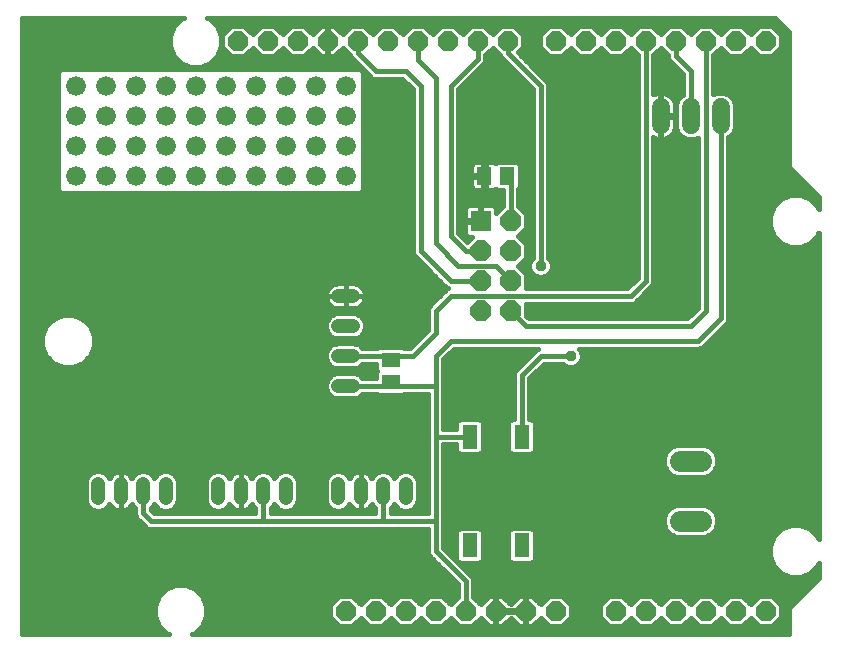
<source format=gtl>
G04 This is an RS-274x file exported by *
G04 gerbv version 2.6.1 *
G04 More information is available about gerbv at *
G04 http://gerbv.geda-project.org/ *
G04 --End of header info--*
%MOIN*%
%FSLAX34Y34*%
%IPPOS*%
G04 --Define apertures--*
%AMMACRO10*
5,1,8,0.000000,0.000000,0.071438,22.500000*
%
%ADD10MACRO10*%
%ADD11C,0.0472*%
%ADD12R,0.0630X0.0512*%
%ADD13R,0.0700X0.0700*%
%AMMACRO14*
5,1,8,0.000000,0.000000,0.075767,22.500000*
%
%ADD14MACRO14*%
%ADD15R,0.0512X0.0591*%
%ADD16R,0.0512X0.0827*%
%ADD17C,0.0709*%
%ADD18C,0.0600*%
%ADD19C,0.0160*%
%ADD20C,0.0376*%
%ADD21C,0.0660*%
G04 --Start main section--*
G54D10*
G01X0013260Y0001500D03*
G01X0014260Y0001500D03*
G01X0015260Y0001500D03*
G01X0016260Y0001500D03*
G01X0017260Y0001500D03*
G01X0018260Y0001500D03*
G01X0019260Y0001500D03*
G01X0020260Y0001500D03*
G01X0022260Y0001500D03*
G01X0023260Y0001500D03*
G01X0024260Y0001500D03*
G01X0025260Y0001500D03*
G01X0026260Y0001500D03*
G01X0027260Y0001500D03*
G01X0027260Y0020500D03*
G01X0026260Y0020500D03*
G01X0025260Y0020500D03*
G01X0024260Y0020500D03*
G01X0023260Y0020500D03*
G01X0022260Y0020500D03*
G01X0021260Y0020500D03*
G01X0020260Y0020500D03*
G01X0018660Y0020500D03*
G01X0017660Y0020500D03*
G01X0016660Y0020500D03*
G01X0015660Y0020500D03*
G01X0014660Y0020500D03*
G01X0013660Y0020500D03*
G01X0012659Y0020500D03*
G01X0011660Y0020500D03*
G01X0010660Y0020500D03*
G01X0009660Y0020500D03*
G54D11*
G01X0013023Y0012000D02*
G01X0013496Y0012000D01*
G01X0013496Y0011000D02*
G01X0013023Y0011000D01*
G01X0013023Y0010000D02*
G01X0013496Y0010000D01*
G01X0013496Y0009000D02*
G01X0013023Y0009000D01*
G01X0013010Y0005736D02*
G01X0013010Y0005264D01*
G01X0013760Y0005264D02*
G01X0013760Y0005736D01*
G01X0014510Y0005736D02*
G01X0014510Y0005264D01*
G01X0015260Y0005264D02*
G01X0015260Y0005736D01*
G01X0011260Y0005736D02*
G01X0011260Y0005264D01*
G01X0010510Y0005264D02*
G01X0010510Y0005736D01*
G01X0009760Y0005736D02*
G01X0009760Y0005264D01*
G01X0009010Y0005264D02*
G01X0009010Y0005736D01*
G01X0007260Y0005736D02*
G01X0007260Y0005264D01*
G01X0006510Y0005264D02*
G01X0006510Y0005736D01*
G01X0005760Y0005736D02*
G01X0005760Y0005264D01*
G01X0005010Y0005264D02*
G01X0005010Y0005736D01*
G54D12*
G01X0014760Y0009126D03*
G01X0014760Y0009874D03*
G54D13*
G01X0017760Y0014500D03*
G54D14*
G01X0018760Y0014500D03*
G01X0018760Y0013500D03*
G01X0017760Y0013500D03*
G01X0017760Y0012500D03*
G01X0018760Y0012500D03*
G01X0018760Y0011500D03*
G01X0017760Y0011500D03*
G54D15*
G01X0017886Y0016000D03*
G01X0018634Y0016000D03*
G54D16*
G01X0019126Y0007311D03*
G01X0017393Y0007311D03*
G01X0017393Y0003689D03*
G01X0019126Y0003689D03*
G54D17*
G01X0024405Y0004500D02*
G01X0025114Y0004500D01*
G01X0025114Y0006500D02*
G01X0024405Y0006500D01*
G54D18*
G01X0024760Y0017700D02*
G01X0024760Y0018300D01*
G01X0025760Y0018300D02*
G01X0025760Y0017700D01*
G01X0023760Y0017700D02*
G01X0023760Y0018300D01*
G54D19*
G01X0002490Y0021270D02*
G01X0002490Y0000730D01*
G01X0002490Y0000730D02*
G01X0007371Y0000730D01*
G01X0007371Y0000730D02*
G01X0007272Y0000771D01*
G01X0007272Y0000771D02*
G01X0007030Y0001013D01*
G01X0007030Y0001013D02*
G01X0006900Y0001329D01*
G01X0006900Y0001329D02*
G01X0006900Y0001671D01*
G01X0006900Y0001671D02*
G01X0007030Y0001987D01*
G01X0007030Y0001987D02*
G01X0007272Y0002229D01*
G01X0007272Y0002229D02*
G01X0007589Y0002360D01*
G01X0007589Y0002360D02*
G01X0007931Y0002360D01*
G01X0007931Y0002360D02*
G01X0008247Y0002229D01*
G01X0008247Y0002229D02*
G01X0008489Y0001987D01*
G01X0008489Y0001987D02*
G01X0008619Y0001671D01*
G01X0008619Y0001671D02*
G01X0008619Y0001329D01*
G01X0008619Y0001329D02*
G01X0008489Y0001013D01*
G01X0008489Y0001013D02*
G01X0008247Y0000771D01*
G01X0008247Y0000771D02*
G01X0008148Y0000730D01*
G01X0008148Y0000730D02*
G01X0028030Y0000730D01*
G01X0028030Y0000730D02*
G01X0028030Y0001595D01*
G01X0028030Y0001595D02*
G01X0029030Y0002595D01*
G01X0029030Y0002595D02*
G01X0029030Y0003112D01*
G01X0029030Y0003112D02*
G01X0028989Y0003013D01*
G01X0028989Y0003013D02*
G01X0028747Y0002771D01*
G01X0028747Y0002771D02*
G01X0028431Y0002640D01*
G01X0028431Y0002640D02*
G01X0028089Y0002640D01*
G01X0028089Y0002640D02*
G01X0027772Y0002771D01*
G01X0027772Y0002771D02*
G01X0027531Y0003013D01*
G01X0027531Y0003013D02*
G01X0027400Y0003329D01*
G01X0027400Y0003329D02*
G01X0027400Y0003671D01*
G01X0027400Y0003671D02*
G01X0027531Y0003987D01*
G01X0027531Y0003987D02*
G01X0027772Y0004229D01*
G01X0027772Y0004229D02*
G01X0028089Y0004360D01*
G01X0028089Y0004360D02*
G01X0028431Y0004360D01*
G01X0028431Y0004360D02*
G01X0028747Y0004229D01*
G01X0028747Y0004229D02*
G01X0028989Y0003987D01*
G01X0028989Y0003987D02*
G01X0029030Y0003888D01*
G01X0029030Y0003888D02*
G01X0029030Y0014112D01*
G01X0029030Y0014112D02*
G01X0028989Y0014013D01*
G01X0028989Y0014013D02*
G01X0028747Y0013771D01*
G01X0028747Y0013771D02*
G01X0028431Y0013640D01*
G01X0028431Y0013640D02*
G01X0028089Y0013640D01*
G01X0028089Y0013640D02*
G01X0027772Y0013771D01*
G01X0027772Y0013771D02*
G01X0027531Y0014013D01*
G01X0027531Y0014013D02*
G01X0027400Y0014329D01*
G01X0027400Y0014329D02*
G01X0027400Y0014671D01*
G01X0027400Y0014671D02*
G01X0027531Y0014987D01*
G01X0027531Y0014987D02*
G01X0027772Y0015229D01*
G01X0027772Y0015229D02*
G01X0028089Y0015360D01*
G01X0028089Y0015360D02*
G01X0028431Y0015360D01*
G01X0028431Y0015360D02*
G01X0028747Y0015229D01*
G01X0028747Y0015229D02*
G01X0028989Y0014987D01*
G01X0028989Y0014987D02*
G01X0029030Y0014888D01*
G01X0029030Y0014888D02*
G01X0029030Y0015305D01*
G01X0029030Y0015305D02*
G01X0028164Y0016170D01*
G01X0028164Y0016170D02*
G01X0028030Y0016305D01*
G01X0028030Y0016305D02*
G01X0028030Y0020805D01*
G01X0028030Y0020805D02*
G01X0027564Y0021270D01*
G01X0027564Y0021270D02*
G01X0008648Y0021270D01*
G01X0008648Y0021270D02*
G01X0008747Y0021229D01*
G01X0008747Y0021229D02*
G01X0008989Y0020987D01*
G01X0008989Y0020987D02*
G01X0009119Y0020671D01*
G01X0009119Y0020671D02*
G01X0009119Y0020329D01*
G01X0009119Y0020329D02*
G01X0008989Y0020013D01*
G01X0008989Y0020013D02*
G01X0008747Y0019771D01*
G01X0008747Y0019771D02*
G01X0008431Y0019640D01*
G01X0008431Y0019640D02*
G01X0008089Y0019640D01*
G01X0008089Y0019640D02*
G01X0007772Y0019771D01*
G01X0007772Y0019771D02*
G01X0007531Y0020013D01*
G01X0007531Y0020013D02*
G01X0007400Y0020329D01*
G01X0007400Y0020329D02*
G01X0007400Y0020671D01*
G01X0007400Y0020671D02*
G01X0007531Y0020987D01*
G01X0007531Y0020987D02*
G01X0007772Y0021229D01*
G01X0007772Y0021229D02*
G01X0007871Y0021270D01*
G01X0007871Y0021270D02*
G01X0002490Y0021270D01*
G01X0002490Y0021121D02*
G01X0007664Y0021121D01*
G01X0007520Y0020961D02*
G01X0002490Y0020961D01*
G01X0002490Y0020801D02*
G01X0007454Y0020801D01*
G01X0007400Y0020641D02*
G01X0002490Y0020641D01*
G01X0002490Y0020481D02*
G01X0007400Y0020481D01*
G01X0007403Y0020322D02*
G01X0002490Y0020322D01*
G01X0002490Y0020162D02*
G01X0007469Y0020162D01*
G01X0007542Y0020002D02*
G01X0002490Y0020002D01*
G01X0002490Y0019842D02*
G01X0007701Y0019842D01*
G01X0007987Y0019682D02*
G01X0002490Y0019682D01*
G01X0002490Y0019522D02*
G01X0003727Y0019522D01*
G01X0003680Y0019475D02*
G01X0003785Y0019580D01*
G01X0003785Y0019580D02*
G01X0013734Y0019580D01*
G01X0013734Y0019580D02*
G01X0013840Y0019475D01*
G01X0013840Y0019475D02*
G01X0013840Y0015525D01*
G01X0013840Y0015525D02*
G01X0013734Y0015420D01*
G01X0013734Y0015420D02*
G01X0003785Y0015420D01*
G01X0003785Y0015420D02*
G01X0003680Y0015525D01*
G01X0003680Y0015525D02*
G01X0003680Y0019475D01*
G01X0003680Y0019362D02*
G01X0002490Y0019362D01*
G01X0002490Y0019203D02*
G01X0003680Y0019203D01*
G01X0003680Y0019043D02*
G01X0002490Y0019043D01*
G01X0002490Y0018883D02*
G01X0003680Y0018883D01*
G01X0003680Y0018723D02*
G01X0002490Y0018723D01*
G01X0002490Y0018563D02*
G01X0003680Y0018563D01*
G01X0003680Y0018403D02*
G01X0002490Y0018403D01*
G01X0002490Y0018244D02*
G01X0003680Y0018244D01*
G01X0003680Y0018084D02*
G01X0002490Y0018084D01*
G01X0002490Y0017924D02*
G01X0003680Y0017924D01*
G01X0003680Y0017764D02*
G01X0002490Y0017764D01*
G01X0002490Y0017604D02*
G01X0003680Y0017604D01*
G01X0003680Y0017444D02*
G01X0002490Y0017444D01*
G01X0002490Y0017284D02*
G01X0003680Y0017284D01*
G01X0003680Y0017125D02*
G01X0002490Y0017125D01*
G01X0002490Y0016965D02*
G01X0003680Y0016965D01*
G01X0003680Y0016805D02*
G01X0002490Y0016805D01*
G01X0002490Y0016645D02*
G01X0003680Y0016645D01*
G01X0003680Y0016485D02*
G01X0002490Y0016485D01*
G01X0002490Y0016325D02*
G01X0003680Y0016325D01*
G01X0003680Y0016165D02*
G01X0002490Y0016165D01*
G01X0002490Y0016006D02*
G01X0003680Y0016006D01*
G01X0003680Y0015846D02*
G01X0002490Y0015846D01*
G01X0002490Y0015686D02*
G01X0003680Y0015686D01*
G01X0003680Y0015526D02*
G01X0002490Y0015526D01*
G01X0002490Y0015366D02*
G01X0015500Y0015366D01*
G01X0015500Y0015526D02*
G01X0013840Y0015526D01*
G01X0013840Y0015686D02*
G01X0015500Y0015686D01*
G01X0015500Y0015846D02*
G01X0013840Y0015846D01*
G01X0013840Y0016006D02*
G01X0015500Y0016006D01*
G01X0015500Y0016165D02*
G01X0013840Y0016165D01*
G01X0013840Y0016325D02*
G01X0015500Y0016325D01*
G01X0015500Y0016485D02*
G01X0013840Y0016485D01*
G01X0013840Y0016645D02*
G01X0015500Y0016645D01*
G01X0015500Y0016805D02*
G01X0013840Y0016805D01*
G01X0013840Y0016965D02*
G01X0015500Y0016965D01*
G01X0015500Y0017125D02*
G01X0013840Y0017125D01*
G01X0013840Y0017284D02*
G01X0015500Y0017284D01*
G01X0015500Y0017444D02*
G01X0013840Y0017444D01*
G01X0013840Y0017604D02*
G01X0015500Y0017604D01*
G01X0015500Y0017764D02*
G01X0013840Y0017764D01*
G01X0013840Y0017924D02*
G01X0015500Y0017924D01*
G01X0015500Y0018084D02*
G01X0013840Y0018084D01*
G01X0013840Y0018244D02*
G01X0015500Y0018244D01*
G01X0015500Y0018403D02*
G01X0013840Y0018403D01*
G01X0013840Y0018563D02*
G01X0015500Y0018563D01*
G01X0015500Y0018723D02*
G01X0013840Y0018723D01*
G01X0013840Y0018883D02*
G01X0015500Y0018883D01*
G01X0015500Y0018892D02*
G01X0015500Y0013448D01*
G01X0015500Y0013448D02*
G01X0015539Y0013353D01*
G01X0015539Y0013353D02*
G01X0016612Y0012280D01*
G01X0016612Y0012280D02*
G01X0016684Y0012250D01*
G01X0016684Y0012250D02*
G01X0016612Y0012220D01*
G01X0016612Y0012220D02*
G01X0016112Y0011720D01*
G01X0016112Y0011720D02*
G01X0016039Y0011647D01*
G01X0016039Y0011647D02*
G01X0016000Y0011552D01*
G01X0016000Y0011552D02*
G01X0016000Y0010858D01*
G01X0016000Y0010858D02*
G01X0015402Y0010260D01*
G01X0015402Y0010260D02*
G01X0015199Y0010260D01*
G01X0015199Y0010260D02*
G01X0015149Y0010310D01*
G01X0015149Y0010310D02*
G01X0014370Y0010310D01*
G01X0014370Y0010310D02*
G01X0014320Y0010260D01*
G01X0014320Y0010260D02*
G01X0013824Y0010260D01*
G01X0013824Y0010260D02*
G01X0013732Y0010353D01*
G01X0013732Y0010353D02*
G01X0013579Y0010416D01*
G01X0013579Y0010416D02*
G01X0012941Y0010416D01*
G01X0012941Y0010416D02*
G01X0012788Y0010353D01*
G01X0012788Y0010353D02*
G01X0012670Y0010236D01*
G01X0012670Y0010236D02*
G01X0012607Y0010083D01*
G01X0012607Y0010083D02*
G01X0012607Y0009917D01*
G01X0012607Y0009917D02*
G01X0012670Y0009764D01*
G01X0012670Y0009764D02*
G01X0012788Y0009647D01*
G01X0012788Y0009647D02*
G01X0012941Y0009584D01*
G01X0012941Y0009584D02*
G01X0013579Y0009584D01*
G01X0013579Y0009584D02*
G01X0013732Y0009647D01*
G01X0013732Y0009647D02*
G01X0013824Y0009740D01*
G01X0013824Y0009740D02*
G01X0014265Y0009740D01*
G01X0014265Y0009740D02*
G01X0014265Y0009544D01*
G01X0014265Y0009544D02*
G01X0014308Y0009500D01*
G01X0014308Y0009500D02*
G01X0014265Y0009456D01*
G01X0014265Y0009456D02*
G01X0014265Y0009260D01*
G01X0014265Y0009260D02*
G01X0013824Y0009260D01*
G01X0013824Y0009260D02*
G01X0013732Y0009353D01*
G01X0013732Y0009353D02*
G01X0013579Y0009416D01*
G01X0013579Y0009416D02*
G01X0012941Y0009416D01*
G01X0012941Y0009416D02*
G01X0012788Y0009353D01*
G01X0012788Y0009353D02*
G01X0012670Y0009236D01*
G01X0012670Y0009236D02*
G01X0012607Y0009083D01*
G01X0012607Y0009083D02*
G01X0012607Y0008917D01*
G01X0012607Y0008917D02*
G01X0012670Y0008764D01*
G01X0012670Y0008764D02*
G01X0012788Y0008647D01*
G01X0012788Y0008647D02*
G01X0012941Y0008584D01*
G01X0012941Y0008584D02*
G01X0013579Y0008584D01*
G01X0013579Y0008584D02*
G01X0013732Y0008647D01*
G01X0013732Y0008647D02*
G01X0013824Y0008740D01*
G01X0013824Y0008740D02*
G01X0014320Y0008740D01*
G01X0014320Y0008740D02*
G01X0014370Y0008690D01*
G01X0014370Y0008690D02*
G01X0015149Y0008690D01*
G01X0015149Y0008690D02*
G01X0015199Y0008740D01*
G01X0015199Y0008740D02*
G01X0016000Y0008740D01*
G01X0016000Y0008740D02*
G01X0016000Y0004760D01*
G01X0016000Y0004760D02*
G01X0014770Y0004760D01*
G01X0014770Y0004760D02*
G01X0014770Y0004935D01*
G01X0014770Y0004935D02*
G01X0014862Y0005028D01*
G01X0014862Y0005028D02*
G01X0014885Y0005082D01*
G01X0014885Y0005082D02*
G01X0014907Y0005028D01*
G01X0014907Y0005028D02*
G01X0015024Y0004911D01*
G01X0015024Y0004911D02*
G01X0015177Y0004848D01*
G01X0015177Y0004848D02*
G01X0015342Y0004848D01*
G01X0015342Y0004848D02*
G01X0015495Y0004911D01*
G01X0015495Y0004911D02*
G01X0015612Y0005028D01*
G01X0015612Y0005028D02*
G01X0015676Y0005181D01*
G01X0015676Y0005181D02*
G01X0015676Y0005819D01*
G01X0015676Y0005819D02*
G01X0015612Y0005972D01*
G01X0015612Y0005972D02*
G01X0015495Y0006089D01*
G01X0015495Y0006089D02*
G01X0015342Y0006152D01*
G01X0015342Y0006152D02*
G01X0015177Y0006152D01*
G01X0015177Y0006152D02*
G01X0015024Y0006089D01*
G01X0015024Y0006089D02*
G01X0014907Y0005972D01*
G01X0014907Y0005972D02*
G01X0014885Y0005919D01*
G01X0014885Y0005919D02*
G01X0014862Y0005972D01*
G01X0014862Y0005972D02*
G01X0014745Y0006089D01*
G01X0014745Y0006089D02*
G01X0014592Y0006152D01*
G01X0014592Y0006152D02*
G01X0014427Y0006152D01*
G01X0014427Y0006152D02*
G01X0014274Y0006089D01*
G01X0014274Y0006089D02*
G01X0014157Y0005972D01*
G01X0014157Y0005972D02*
G01X0014134Y0005918D01*
G01X0014134Y0005918D02*
G01X0014116Y0005954D01*
G01X0014116Y0005954D02*
G01X0014077Y0006007D01*
G01X0014077Y0006007D02*
G01X0014031Y0006054D01*
G01X0014031Y0006054D02*
G01X0013978Y0006092D01*
G01X0013978Y0006092D02*
G01X0013919Y0006122D01*
G01X0013919Y0006122D02*
G01X0013857Y0006142D01*
G01X0013857Y0006142D02*
G01X0013792Y0006152D01*
G01X0013792Y0006152D02*
G01X0013760Y0006152D01*
G01X0013760Y0006152D02*
G01X0013727Y0006152D01*
G01X0013727Y0006152D02*
G01X0013662Y0006142D01*
G01X0013662Y0006142D02*
G01X0013600Y0006122D01*
G01X0013600Y0006122D02*
G01X0013541Y0006092D01*
G01X0013541Y0006092D02*
G01X0013488Y0006054D01*
G01X0013488Y0006054D02*
G01X0013442Y0006007D01*
G01X0013442Y0006007D02*
G01X0013404Y0005954D01*
G01X0013404Y0005954D02*
G01X0013385Y0005918D01*
G01X0013385Y0005918D02*
G01X0013362Y0005972D01*
G01X0013362Y0005972D02*
G01X0013245Y0006089D01*
G01X0013245Y0006089D02*
G01X0013092Y0006152D01*
G01X0013092Y0006152D02*
G01X0012927Y0006152D01*
G01X0012927Y0006152D02*
G01X0012774Y0006089D01*
G01X0012774Y0006089D02*
G01X0012657Y0005972D01*
G01X0012657Y0005972D02*
G01X0012593Y0005819D01*
G01X0012593Y0005819D02*
G01X0012593Y0005181D01*
G01X0012593Y0005181D02*
G01X0012657Y0005028D01*
G01X0012657Y0005028D02*
G01X0012774Y0004911D01*
G01X0012774Y0004911D02*
G01X0012927Y0004848D01*
G01X0012927Y0004848D02*
G01X0013092Y0004848D01*
G01X0013092Y0004848D02*
G01X0013245Y0004911D01*
G01X0013245Y0004911D02*
G01X0013362Y0005028D01*
G01X0013362Y0005028D02*
G01X0013385Y0005082D01*
G01X0013385Y0005082D02*
G01X0013404Y0005046D01*
G01X0013404Y0005046D02*
G01X0013442Y0004993D01*
G01X0013442Y0004993D02*
G01X0013488Y0004946D01*
G01X0013488Y0004946D02*
G01X0013541Y0004908D01*
G01X0013541Y0004908D02*
G01X0013600Y0004878D01*
G01X0013600Y0004878D02*
G01X0013662Y0004858D01*
G01X0013662Y0004858D02*
G01X0013727Y0004848D01*
G01X0013727Y0004848D02*
G01X0013760Y0004848D01*
G01X0013760Y0004848D02*
G01X0013760Y0005500D01*
G01X0013760Y0005500D02*
G01X0013760Y0006152D01*
G01X0013760Y0006152D02*
G01X0013760Y0005500D01*
G01X0013760Y0005500D02*
G01X0013760Y0005500D01*
G01X0013760Y0005500D02*
G01X0013760Y0005500D01*
G01X0013760Y0005500D02*
G01X0013760Y0004848D01*
G01X0013760Y0004848D02*
G01X0013792Y0004848D01*
G01X0013792Y0004848D02*
G01X0013857Y0004858D01*
G01X0013857Y0004858D02*
G01X0013919Y0004878D01*
G01X0013919Y0004878D02*
G01X0013978Y0004908D01*
G01X0013978Y0004908D02*
G01X0014031Y0004946D01*
G01X0014031Y0004946D02*
G01X0014077Y0004993D01*
G01X0014077Y0004993D02*
G01X0014116Y0005046D01*
G01X0014116Y0005046D02*
G01X0014134Y0005082D01*
G01X0014134Y0005082D02*
G01X0014157Y0005028D01*
G01X0014157Y0005028D02*
G01X0014250Y0004935D01*
G01X0014250Y0004935D02*
G01X0014250Y0004760D01*
G01X0014250Y0004760D02*
G01X0010770Y0004760D01*
G01X0010770Y0004760D02*
G01X0010770Y0004935D01*
G01X0010770Y0004935D02*
G01X0010862Y0005028D01*
G01X0010862Y0005028D02*
G01X0010885Y0005082D01*
G01X0010885Y0005082D02*
G01X0010907Y0005028D01*
G01X0010907Y0005028D02*
G01X0011024Y0004911D01*
G01X0011024Y0004911D02*
G01X0011177Y0004848D01*
G01X0011177Y0004848D02*
G01X0011342Y0004848D01*
G01X0011342Y0004848D02*
G01X0011495Y0004911D01*
G01X0011495Y0004911D02*
G01X0011612Y0005028D01*
G01X0011612Y0005028D02*
G01X0011676Y0005181D01*
G01X0011676Y0005181D02*
G01X0011676Y0005819D01*
G01X0011676Y0005819D02*
G01X0011612Y0005972D01*
G01X0011612Y0005972D02*
G01X0011495Y0006089D01*
G01X0011495Y0006089D02*
G01X0011342Y0006152D01*
G01X0011342Y0006152D02*
G01X0011177Y0006152D01*
G01X0011177Y0006152D02*
G01X0011024Y0006089D01*
G01X0011024Y0006089D02*
G01X0010907Y0005972D01*
G01X0010907Y0005972D02*
G01X0010885Y0005919D01*
G01X0010885Y0005919D02*
G01X0010862Y0005972D01*
G01X0010862Y0005972D02*
G01X0010745Y0006089D01*
G01X0010745Y0006089D02*
G01X0010592Y0006152D01*
G01X0010592Y0006152D02*
G01X0010427Y0006152D01*
G01X0010427Y0006152D02*
G01X0010274Y0006089D01*
G01X0010274Y0006089D02*
G01X0010157Y0005972D01*
G01X0010157Y0005972D02*
G01X0010134Y0005918D01*
G01X0010134Y0005918D02*
G01X0010116Y0005954D01*
G01X0010116Y0005954D02*
G01X0010077Y0006007D01*
G01X0010077Y0006007D02*
G01X0010031Y0006054D01*
G01X0010031Y0006054D02*
G01X0009978Y0006092D01*
G01X0009978Y0006092D02*
G01X0009919Y0006122D01*
G01X0009919Y0006122D02*
G01X0009857Y0006142D01*
G01X0009857Y0006142D02*
G01X0009792Y0006152D01*
G01X0009792Y0006152D02*
G01X0009760Y0006152D01*
G01X0009760Y0006152D02*
G01X0009727Y0006152D01*
G01X0009727Y0006152D02*
G01X0009662Y0006142D01*
G01X0009662Y0006142D02*
G01X0009600Y0006122D01*
G01X0009600Y0006122D02*
G01X0009541Y0006092D01*
G01X0009541Y0006092D02*
G01X0009488Y0006054D01*
G01X0009488Y0006054D02*
G01X0009442Y0006007D01*
G01X0009442Y0006007D02*
G01X0009404Y0005954D01*
G01X0009404Y0005954D02*
G01X0009385Y0005918D01*
G01X0009385Y0005918D02*
G01X0009362Y0005972D01*
G01X0009362Y0005972D02*
G01X0009245Y0006089D01*
G01X0009245Y0006089D02*
G01X0009092Y0006152D01*
G01X0009092Y0006152D02*
G01X0008927Y0006152D01*
G01X0008927Y0006152D02*
G01X0008774Y0006089D01*
G01X0008774Y0006089D02*
G01X0008657Y0005972D01*
G01X0008657Y0005972D02*
G01X0008593Y0005819D01*
G01X0008593Y0005819D02*
G01X0008593Y0005181D01*
G01X0008593Y0005181D02*
G01X0008657Y0005028D01*
G01X0008657Y0005028D02*
G01X0008774Y0004911D01*
G01X0008774Y0004911D02*
G01X0008927Y0004848D01*
G01X0008927Y0004848D02*
G01X0009092Y0004848D01*
G01X0009092Y0004848D02*
G01X0009245Y0004911D01*
G01X0009245Y0004911D02*
G01X0009362Y0005028D01*
G01X0009362Y0005028D02*
G01X0009385Y0005082D01*
G01X0009385Y0005082D02*
G01X0009404Y0005046D01*
G01X0009404Y0005046D02*
G01X0009442Y0004993D01*
G01X0009442Y0004993D02*
G01X0009488Y0004946D01*
G01X0009488Y0004946D02*
G01X0009541Y0004908D01*
G01X0009541Y0004908D02*
G01X0009600Y0004878D01*
G01X0009600Y0004878D02*
G01X0009662Y0004858D01*
G01X0009662Y0004858D02*
G01X0009727Y0004848D01*
G01X0009727Y0004848D02*
G01X0009760Y0004848D01*
G01X0009760Y0004848D02*
G01X0009760Y0005500D01*
G01X0009760Y0005500D02*
G01X0009760Y0006152D01*
G01X0009760Y0006152D02*
G01X0009760Y0005500D01*
G01X0009760Y0005500D02*
G01X0009760Y0005500D01*
G01X0009760Y0005500D02*
G01X0009760Y0005500D01*
G01X0009760Y0005500D02*
G01X0009760Y0004848D01*
G01X0009760Y0004848D02*
G01X0009792Y0004848D01*
G01X0009792Y0004848D02*
G01X0009857Y0004858D01*
G01X0009857Y0004858D02*
G01X0009919Y0004878D01*
G01X0009919Y0004878D02*
G01X0009978Y0004908D01*
G01X0009978Y0004908D02*
G01X0010031Y0004946D01*
G01X0010031Y0004946D02*
G01X0010077Y0004993D01*
G01X0010077Y0004993D02*
G01X0010116Y0005046D01*
G01X0010116Y0005046D02*
G01X0010134Y0005082D01*
G01X0010134Y0005082D02*
G01X0010157Y0005028D01*
G01X0010157Y0005028D02*
G01X0010250Y0004935D01*
G01X0010250Y0004935D02*
G01X0010250Y0004760D01*
G01X0010250Y0004760D02*
G01X0006867Y0004760D01*
G01X0006867Y0004760D02*
G01X0006770Y0004858D01*
G01X0006770Y0004858D02*
G01X0006770Y0004935D01*
G01X0006770Y0004935D02*
G01X0006862Y0005028D01*
G01X0006862Y0005028D02*
G01X0006885Y0005082D01*
G01X0006885Y0005082D02*
G01X0006907Y0005028D01*
G01X0006907Y0005028D02*
G01X0007024Y0004911D01*
G01X0007024Y0004911D02*
G01X0007177Y0004848D01*
G01X0007177Y0004848D02*
G01X0007342Y0004848D01*
G01X0007342Y0004848D02*
G01X0007495Y0004911D01*
G01X0007495Y0004911D02*
G01X0007612Y0005028D01*
G01X0007612Y0005028D02*
G01X0007676Y0005181D01*
G01X0007676Y0005181D02*
G01X0007676Y0005819D01*
G01X0007676Y0005819D02*
G01X0007612Y0005972D01*
G01X0007612Y0005972D02*
G01X0007495Y0006089D01*
G01X0007495Y0006089D02*
G01X0007342Y0006152D01*
G01X0007342Y0006152D02*
G01X0007177Y0006152D01*
G01X0007177Y0006152D02*
G01X0007024Y0006089D01*
G01X0007024Y0006089D02*
G01X0006907Y0005972D01*
G01X0006907Y0005972D02*
G01X0006885Y0005919D01*
G01X0006885Y0005919D02*
G01X0006862Y0005972D01*
G01X0006862Y0005972D02*
G01X0006745Y0006089D01*
G01X0006745Y0006089D02*
G01X0006592Y0006152D01*
G01X0006592Y0006152D02*
G01X0006427Y0006152D01*
G01X0006427Y0006152D02*
G01X0006274Y0006089D01*
G01X0006274Y0006089D02*
G01X0006157Y0005972D01*
G01X0006157Y0005972D02*
G01X0006134Y0005918D01*
G01X0006134Y0005918D02*
G01X0006116Y0005954D01*
G01X0006116Y0005954D02*
G01X0006077Y0006007D01*
G01X0006077Y0006007D02*
G01X0006031Y0006054D01*
G01X0006031Y0006054D02*
G01X0005978Y0006092D01*
G01X0005978Y0006092D02*
G01X0005919Y0006122D01*
G01X0005919Y0006122D02*
G01X0005857Y0006142D01*
G01X0005857Y0006142D02*
G01X0005792Y0006152D01*
G01X0005792Y0006152D02*
G01X0005760Y0006152D01*
G01X0005760Y0006152D02*
G01X0005727Y0006152D01*
G01X0005727Y0006152D02*
G01X0005662Y0006142D01*
G01X0005662Y0006142D02*
G01X0005600Y0006122D01*
G01X0005600Y0006122D02*
G01X0005541Y0006092D01*
G01X0005541Y0006092D02*
G01X0005488Y0006054D01*
G01X0005488Y0006054D02*
G01X0005442Y0006007D01*
G01X0005442Y0006007D02*
G01X0005404Y0005954D01*
G01X0005404Y0005954D02*
G01X0005385Y0005918D01*
G01X0005385Y0005918D02*
G01X0005362Y0005972D01*
G01X0005362Y0005972D02*
G01X0005245Y0006089D01*
G01X0005245Y0006089D02*
G01X0005092Y0006152D01*
G01X0005092Y0006152D02*
G01X0004927Y0006152D01*
G01X0004927Y0006152D02*
G01X0004774Y0006089D01*
G01X0004774Y0006089D02*
G01X0004657Y0005972D01*
G01X0004657Y0005972D02*
G01X0004593Y0005819D01*
G01X0004593Y0005819D02*
G01X0004593Y0005181D01*
G01X0004593Y0005181D02*
G01X0004657Y0005028D01*
G01X0004657Y0005028D02*
G01X0004774Y0004911D01*
G01X0004774Y0004911D02*
G01X0004927Y0004848D01*
G01X0004927Y0004848D02*
G01X0005092Y0004848D01*
G01X0005092Y0004848D02*
G01X0005245Y0004911D01*
G01X0005245Y0004911D02*
G01X0005362Y0005028D01*
G01X0005362Y0005028D02*
G01X0005385Y0005082D01*
G01X0005385Y0005082D02*
G01X0005404Y0005046D01*
G01X0005404Y0005046D02*
G01X0005442Y0004993D01*
G01X0005442Y0004993D02*
G01X0005488Y0004946D01*
G01X0005488Y0004946D02*
G01X0005541Y0004908D01*
G01X0005541Y0004908D02*
G01X0005600Y0004878D01*
G01X0005600Y0004878D02*
G01X0005662Y0004858D01*
G01X0005662Y0004858D02*
G01X0005727Y0004848D01*
G01X0005727Y0004848D02*
G01X0005760Y0004848D01*
G01X0005760Y0004848D02*
G01X0005760Y0005500D01*
G01X0005760Y0005500D02*
G01X0005760Y0006152D01*
G01X0005760Y0006152D02*
G01X0005760Y0005500D01*
G01X0005760Y0005500D02*
G01X0005760Y0005500D01*
G01X0005760Y0005500D02*
G01X0005760Y0005500D01*
G01X0005760Y0005500D02*
G01X0005760Y0004848D01*
G01X0005760Y0004848D02*
G01X0005792Y0004848D01*
G01X0005792Y0004848D02*
G01X0005857Y0004858D01*
G01X0005857Y0004858D02*
G01X0005919Y0004878D01*
G01X0005919Y0004878D02*
G01X0005978Y0004908D01*
G01X0005978Y0004908D02*
G01X0006031Y0004946D01*
G01X0006031Y0004946D02*
G01X0006077Y0004993D01*
G01X0006077Y0004993D02*
G01X0006116Y0005046D01*
G01X0006116Y0005046D02*
G01X0006134Y0005082D01*
G01X0006134Y0005082D02*
G01X0006157Y0005028D01*
G01X0006157Y0005028D02*
G01X0006250Y0004935D01*
G01X0006250Y0004935D02*
G01X0006250Y0004698D01*
G01X0006250Y0004698D02*
G01X0006289Y0004603D01*
G01X0006289Y0004603D02*
G01X0006539Y0004353D01*
G01X0006539Y0004353D02*
G01X0006612Y0004280D01*
G01X0006612Y0004280D02*
G01X0006708Y0004240D01*
G01X0006708Y0004240D02*
G01X0016000Y0004240D01*
G01X0016000Y0004240D02*
G01X0016000Y0003448D01*
G01X0016000Y0003448D02*
G01X0016039Y0003353D01*
G01X0016039Y0003353D02*
G01X0016112Y0003280D01*
G01X0016112Y0003280D02*
G01X0017000Y0002392D01*
G01X0017000Y0002392D02*
G01X0017000Y0001961D01*
G01X0017000Y0001961D02*
G01X0016760Y0001721D01*
G01X0016760Y0001721D02*
G01X0016471Y0002010D01*
G01X0016471Y0002010D02*
G01X0016048Y0002010D01*
G01X0016048Y0002010D02*
G01X0015760Y0001721D01*
G01X0015760Y0001721D02*
G01X0015471Y0002010D01*
G01X0015471Y0002010D02*
G01X0015048Y0002010D01*
G01X0015048Y0002010D02*
G01X0014760Y0001721D01*
G01X0014760Y0001721D02*
G01X0014471Y0002010D01*
G01X0014471Y0002010D02*
G01X0014048Y0002010D01*
G01X0014048Y0002010D02*
G01X0013760Y0001721D01*
G01X0013760Y0001721D02*
G01X0013471Y0002010D01*
G01X0013471Y0002010D02*
G01X0013048Y0002010D01*
G01X0013048Y0002010D02*
G01X0012750Y0001711D01*
G01X0012750Y0001711D02*
G01X0012750Y0001289D01*
G01X0012750Y0001289D02*
G01X0013048Y0000990D01*
G01X0013048Y0000990D02*
G01X0013471Y0000990D01*
G01X0013471Y0000990D02*
G01X0013760Y0001279D01*
G01X0013760Y0001279D02*
G01X0014048Y0000990D01*
G01X0014048Y0000990D02*
G01X0014471Y0000990D01*
G01X0014471Y0000990D02*
G01X0014760Y0001279D01*
G01X0014760Y0001279D02*
G01X0015048Y0000990D01*
G01X0015048Y0000990D02*
G01X0015471Y0000990D01*
G01X0015471Y0000990D02*
G01X0015760Y0001279D01*
G01X0015760Y0001279D02*
G01X0016048Y0000990D01*
G01X0016048Y0000990D02*
G01X0016471Y0000990D01*
G01X0016471Y0000990D02*
G01X0016760Y0001279D01*
G01X0016760Y0001279D02*
G01X0017048Y0000990D01*
G01X0017048Y0000990D02*
G01X0017471Y0000990D01*
G01X0017471Y0000990D02*
G01X0017760Y0001279D01*
G01X0017760Y0001279D02*
G01X0018048Y0000990D01*
G01X0018048Y0000990D02*
G01X0018241Y0000990D01*
G01X0018241Y0000990D02*
G01X0018241Y0001482D01*
G01X0018241Y0001482D02*
G01X0018278Y0001482D01*
G01X0018278Y0001482D02*
G01X0018278Y0000990D01*
G01X0018278Y0000990D02*
G01X0018471Y0000990D01*
G01X0018471Y0000990D02*
G01X0018760Y0001279D01*
G01X0018760Y0001279D02*
G01X0019048Y0000990D01*
G01X0019048Y0000990D02*
G01X0019241Y0000990D01*
G01X0019241Y0000990D02*
G01X0019241Y0001482D01*
G01X0019241Y0001482D02*
G01X0018278Y0001482D01*
G01X0018278Y0001482D02*
G01X0018278Y0001518D01*
G01X0018278Y0001518D02*
G01X0018241Y0001518D01*
G01X0018241Y0001518D02*
G01X0018241Y0002010D01*
G01X0018241Y0002010D02*
G01X0018048Y0002010D01*
G01X0018048Y0002010D02*
G01X0017760Y0001721D01*
G01X0017760Y0001721D02*
G01X0017520Y0001961D01*
G01X0017520Y0001961D02*
G01X0017520Y0002552D01*
G01X0017520Y0002552D02*
G01X0017480Y0002647D01*
G01X0017480Y0002647D02*
G01X0016520Y0003608D01*
G01X0016520Y0003608D02*
G01X0016520Y0007051D01*
G01X0016520Y0007051D02*
G01X0016958Y0007051D01*
G01X0016958Y0007051D02*
G01X0016958Y0006823D01*
G01X0016958Y0006823D02*
G01X0017063Y0006718D01*
G01X0017063Y0006718D02*
G01X0017724Y0006718D01*
G01X0017724Y0006718D02*
G01X0017829Y0006823D01*
G01X0017829Y0006823D02*
G01X0017829Y0007799D01*
G01X0017829Y0007799D02*
G01X0017724Y0007904D01*
G01X0017724Y0007904D02*
G01X0017063Y0007904D01*
G01X0017063Y0007904D02*
G01X0016958Y0007799D01*
G01X0016958Y0007799D02*
G01X0016958Y0007571D01*
G01X0016958Y0007571D02*
G01X0016520Y0007571D01*
G01X0016520Y0007571D02*
G01X0016520Y0009892D01*
G01X0016520Y0009892D02*
G01X0016867Y0010240D01*
G01X0016867Y0010240D02*
G01X0019660Y0010240D01*
G01X0019660Y0010240D02*
G01X0019612Y0010220D01*
G01X0019612Y0010220D02*
G01X0019539Y0010147D01*
G01X0019539Y0010147D02*
G01X0018905Y0009513D01*
G01X0018905Y0009513D02*
G01X0018866Y0009418D01*
G01X0018866Y0009418D02*
G01X0018866Y0007904D01*
G01X0018866Y0007904D02*
G01X0018795Y0007904D01*
G01X0018795Y0007904D02*
G01X0018690Y0007799D01*
G01X0018690Y0007799D02*
G01X0018690Y0006823D01*
G01X0018690Y0006823D02*
G01X0018795Y0006718D01*
G01X0018795Y0006718D02*
G01X0019456Y0006718D01*
G01X0019456Y0006718D02*
G01X0019562Y0006823D01*
G01X0019562Y0006823D02*
G01X0019562Y0007799D01*
G01X0019562Y0007799D02*
G01X0019456Y0007904D01*
G01X0019456Y0007904D02*
G01X0019386Y0007904D01*
G01X0019386Y0007904D02*
G01X0019386Y0009258D01*
G01X0019386Y0009258D02*
G01X0019867Y0009740D01*
G01X0019867Y0009740D02*
G01X0020499Y0009740D01*
G01X0020499Y0009740D02*
G01X0020551Y0009688D01*
G01X0020551Y0009688D02*
G01X0020686Y0009632D01*
G01X0020686Y0009632D02*
G01X0020833Y0009632D01*
G01X0020833Y0009632D02*
G01X0020968Y0009688D01*
G01X0020968Y0009688D02*
G01X0021072Y0009792D01*
G01X0021072Y0009792D02*
G01X0021128Y0009927D01*
G01X0021128Y0009927D02*
G01X0021128Y0010073D01*
G01X0021128Y0010073D02*
G01X0021072Y0010209D01*
G01X0021072Y0010209D02*
G01X0021040Y0010240D01*
G01X0021040Y0010240D02*
G01X0025061Y0010240D01*
G01X0025061Y0010240D02*
G01X0025157Y0010280D01*
G01X0025157Y0010280D02*
G01X0025230Y0010353D01*
G01X0025230Y0010353D02*
G01X0025230Y0010353D01*
G01X0025230Y0010353D02*
G01X0025907Y0011030D01*
G01X0025907Y0011030D02*
G01X0025980Y0011103D01*
G01X0025980Y0011103D02*
G01X0026020Y0011198D01*
G01X0026020Y0011198D02*
G01X0026020Y0017288D01*
G01X0026020Y0017288D02*
G01X0026031Y0017293D01*
G01X0026031Y0017293D02*
G01X0026166Y0017428D01*
G01X0026166Y0017428D02*
G01X0026239Y0017605D01*
G01X0026239Y0017605D02*
G01X0026239Y0018396D01*
G01X0026239Y0018396D02*
G01X0026166Y0018572D01*
G01X0026166Y0018572D02*
G01X0026031Y0018707D01*
G01X0026031Y0018707D02*
G01X0025855Y0018780D01*
G01X0025855Y0018780D02*
G01X0025664Y0018780D01*
G01X0025664Y0018780D02*
G01X0025520Y0018720D01*
G01X0025520Y0018720D02*
G01X0025520Y0020039D01*
G01X0025520Y0020039D02*
G01X0025760Y0020279D01*
G01X0025760Y0020279D02*
G01X0026048Y0019990D01*
G01X0026048Y0019990D02*
G01X0026471Y0019990D01*
G01X0026471Y0019990D02*
G01X0026760Y0020279D01*
G01X0026760Y0020279D02*
G01X0027048Y0019990D01*
G01X0027048Y0019990D02*
G01X0027471Y0019990D01*
G01X0027471Y0019990D02*
G01X0027769Y0020289D01*
G01X0027769Y0020289D02*
G01X0027769Y0020711D01*
G01X0027769Y0020711D02*
G01X0027471Y0021010D01*
G01X0027471Y0021010D02*
G01X0027048Y0021010D01*
G01X0027048Y0021010D02*
G01X0026760Y0020721D01*
G01X0026760Y0020721D02*
G01X0026471Y0021010D01*
G01X0026471Y0021010D02*
G01X0026048Y0021010D01*
G01X0026048Y0021010D02*
G01X0025760Y0020721D01*
G01X0025760Y0020721D02*
G01X0025471Y0021010D01*
G01X0025471Y0021010D02*
G01X0025048Y0021010D01*
G01X0025048Y0021010D02*
G01X0024760Y0020721D01*
G01X0024760Y0020721D02*
G01X0024471Y0021010D01*
G01X0024471Y0021010D02*
G01X0024048Y0021010D01*
G01X0024048Y0021010D02*
G01X0023760Y0020721D01*
G01X0023760Y0020721D02*
G01X0023471Y0021010D01*
G01X0023471Y0021010D02*
G01X0023048Y0021010D01*
G01X0023048Y0021010D02*
G01X0022760Y0020721D01*
G01X0022760Y0020721D02*
G01X0022471Y0021010D01*
G01X0022471Y0021010D02*
G01X0022048Y0021010D01*
G01X0022048Y0021010D02*
G01X0021760Y0020721D01*
G01X0021760Y0020721D02*
G01X0021471Y0021010D01*
G01X0021471Y0021010D02*
G01X0021048Y0021010D01*
G01X0021048Y0021010D02*
G01X0020760Y0020721D01*
G01X0020760Y0020721D02*
G01X0020471Y0021010D01*
G01X0020471Y0021010D02*
G01X0020048Y0021010D01*
G01X0020048Y0021010D02*
G01X0019750Y0020711D01*
G01X0019750Y0020711D02*
G01X0019750Y0020289D01*
G01X0019750Y0020289D02*
G01X0020048Y0019990D01*
G01X0020048Y0019990D02*
G01X0020471Y0019990D01*
G01X0020471Y0019990D02*
G01X0020760Y0020279D01*
G01X0020760Y0020279D02*
G01X0021048Y0019990D01*
G01X0021048Y0019990D02*
G01X0021471Y0019990D01*
G01X0021471Y0019990D02*
G01X0021760Y0020279D01*
G01X0021760Y0020279D02*
G01X0022048Y0019990D01*
G01X0022048Y0019990D02*
G01X0022471Y0019990D01*
G01X0022471Y0019990D02*
G01X0022760Y0020279D01*
G01X0022760Y0020279D02*
G01X0023000Y0020039D01*
G01X0023000Y0020039D02*
G01X0023000Y0012608D01*
G01X0023000Y0012608D02*
G01X0022652Y0012260D01*
G01X0022652Y0012260D02*
G01X0019269Y0012260D01*
G01X0019269Y0012260D02*
G01X0019290Y0012281D01*
G01X0019290Y0012281D02*
G01X0019290Y0012720D01*
G01X0019290Y0012720D02*
G01X0019009Y0013000D01*
G01X0019009Y0013000D02*
G01X0019290Y0013281D01*
G01X0019290Y0013281D02*
G01X0019290Y0013720D01*
G01X0019290Y0013720D02*
G01X0019009Y0014000D01*
G01X0019009Y0014000D02*
G01X0019290Y0014281D01*
G01X0019290Y0014281D02*
G01X0019290Y0014720D01*
G01X0019290Y0014720D02*
G01X0019020Y0014990D01*
G01X0019020Y0014990D02*
G01X0019020Y0015580D01*
G01X0019020Y0015580D02*
G01X0019069Y0015630D01*
G01X0019069Y0015630D02*
G01X0019069Y0016370D01*
G01X0019069Y0016370D02*
G01X0018964Y0016475D01*
G01X0018964Y0016475D02*
G01X0018303Y0016475D01*
G01X0018303Y0016475D02*
G01X0018260Y0016432D01*
G01X0018260Y0016432D02*
G01X0018252Y0016439D01*
G01X0018252Y0016439D02*
G01X0018211Y0016463D01*
G01X0018211Y0016463D02*
G01X0018165Y0016475D01*
G01X0018165Y0016475D02*
G01X0017934Y0016475D01*
G01X0017934Y0016475D02*
G01X0017934Y0016048D01*
G01X0017934Y0016048D02*
G01X0017838Y0016048D01*
G01X0017838Y0016048D02*
G01X0017838Y0016475D01*
G01X0017838Y0016475D02*
G01X0017606Y0016475D01*
G01X0017606Y0016475D02*
G01X0017560Y0016463D01*
G01X0017560Y0016463D02*
G01X0017519Y0016439D01*
G01X0017519Y0016439D02*
G01X0017486Y0016406D01*
G01X0017486Y0016406D02*
G01X0017462Y0016365D01*
G01X0017462Y0016365D02*
G01X0017450Y0016319D01*
G01X0017450Y0016319D02*
G01X0017450Y0016048D01*
G01X0017450Y0016048D02*
G01X0017838Y0016048D01*
G01X0017838Y0016048D02*
G01X0017838Y0015952D01*
G01X0017838Y0015952D02*
G01X0017934Y0015952D01*
G01X0017934Y0015952D02*
G01X0017934Y0015525D01*
G01X0017934Y0015525D02*
G01X0018165Y0015525D01*
G01X0018165Y0015525D02*
G01X0018211Y0015537D01*
G01X0018211Y0015537D02*
G01X0018252Y0015561D01*
G01X0018252Y0015561D02*
G01X0018260Y0015568D01*
G01X0018260Y0015568D02*
G01X0018303Y0015525D01*
G01X0018303Y0015525D02*
G01X0018500Y0015525D01*
G01X0018500Y0015525D02*
G01X0018500Y0014990D01*
G01X0018500Y0014990D02*
G01X0018290Y0014780D01*
G01X0018290Y0014780D02*
G01X0018290Y0014874D01*
G01X0018290Y0014874D02*
G01X0018277Y0014920D01*
G01X0018277Y0014920D02*
G01X0018254Y0014961D01*
G01X0018254Y0014961D02*
G01X0018220Y0014994D01*
G01X0018220Y0014994D02*
G01X0018179Y0015018D01*
G01X0018179Y0015018D02*
G01X0018133Y0015030D01*
G01X0018133Y0015030D02*
G01X0017778Y0015030D01*
G01X0017778Y0015030D02*
G01X0017778Y0014518D01*
G01X0017778Y0014518D02*
G01X0017741Y0014518D01*
G01X0017741Y0014518D02*
G01X0017741Y0014482D01*
G01X0017741Y0014482D02*
G01X0017230Y0014482D01*
G01X0017230Y0014482D02*
G01X0017230Y0014126D01*
G01X0017230Y0014126D02*
G01X0017242Y0014081D01*
G01X0017242Y0014081D02*
G01X0017266Y0014040D01*
G01X0017266Y0014040D02*
G01X0017299Y0014006D01*
G01X0017299Y0014006D02*
G01X0017340Y0013982D01*
G01X0017340Y0013982D02*
G01X0017386Y0013970D01*
G01X0017386Y0013970D02*
G01X0017480Y0013970D01*
G01X0017480Y0013970D02*
G01X0017319Y0013809D01*
G01X0017319Y0013809D02*
G01X0017020Y0014108D01*
G01X0017020Y0014108D02*
G01X0017020Y0018892D01*
G01X0017020Y0018892D02*
G01X0017880Y0019753D01*
G01X0017880Y0019753D02*
G01X0017920Y0019848D01*
G01X0017920Y0019848D02*
G01X0017920Y0020039D01*
G01X0017920Y0020039D02*
G01X0018160Y0020279D01*
G01X0018160Y0020279D02*
G01X0018406Y0020032D01*
G01X0018406Y0020032D02*
G01X0018439Y0019953D01*
G01X0018439Y0019953D02*
G01X0019500Y0018892D01*
G01X0019500Y0018892D02*
G01X0019500Y0013261D01*
G01X0019500Y0013261D02*
G01X0019447Y0013209D01*
G01X0019447Y0013209D02*
G01X0019391Y0013073D01*
G01X0019391Y0013073D02*
G01X0019391Y0012927D01*
G01X0019391Y0012927D02*
G01X0019447Y0012792D01*
G01X0019447Y0012792D02*
G01X0019551Y0012688D01*
G01X0019551Y0012688D02*
G01X0019686Y0012632D01*
G01X0019686Y0012632D02*
G01X0019833Y0012632D01*
G01X0019833Y0012632D02*
G01X0019968Y0012688D01*
G01X0019968Y0012688D02*
G01X0020072Y0012792D01*
G01X0020072Y0012792D02*
G01X0020128Y0012927D01*
G01X0020128Y0012927D02*
G01X0020128Y0013073D01*
G01X0020128Y0013073D02*
G01X0020072Y0013209D01*
G01X0020072Y0013209D02*
G01X0020020Y0013261D01*
G01X0020020Y0013261D02*
G01X0020020Y0019052D01*
G01X0020020Y0019052D02*
G01X0019980Y0019147D01*
G01X0019980Y0019147D02*
G01X0019004Y0020123D01*
G01X0019004Y0020123D02*
G01X0019170Y0020289D01*
G01X0019170Y0020289D02*
G01X0019170Y0020711D01*
G01X0019170Y0020711D02*
G01X0018871Y0021010D01*
G01X0018871Y0021010D02*
G01X0018448Y0021010D01*
G01X0018448Y0021010D02*
G01X0018160Y0020721D01*
G01X0018160Y0020721D02*
G01X0017871Y0021010D01*
G01X0017871Y0021010D02*
G01X0017448Y0021010D01*
G01X0017448Y0021010D02*
G01X0017160Y0020721D01*
G01X0017160Y0020721D02*
G01X0016871Y0021010D01*
G01X0016871Y0021010D02*
G01X0016448Y0021010D01*
G01X0016448Y0021010D02*
G01X0016160Y0020721D01*
G01X0016160Y0020721D02*
G01X0015871Y0021010D01*
G01X0015871Y0021010D02*
G01X0015448Y0021010D01*
G01X0015448Y0021010D02*
G01X0015159Y0020721D01*
G01X0015159Y0020721D02*
G01X0014871Y0021010D01*
G01X0014871Y0021010D02*
G01X0014448Y0021010D01*
G01X0014448Y0021010D02*
G01X0014160Y0020721D01*
G01X0014160Y0020721D02*
G01X0013871Y0021010D01*
G01X0013871Y0021010D02*
G01X0013448Y0021010D01*
G01X0013448Y0021010D02*
G01X0013160Y0020721D01*
G01X0013160Y0020721D02*
G01X0012871Y0021010D01*
G01X0012871Y0021010D02*
G01X0012678Y0021010D01*
G01X0012678Y0021010D02*
G01X0012678Y0020518D01*
G01X0012678Y0020518D02*
G01X0012641Y0020518D01*
G01X0012641Y0020518D02*
G01X0012641Y0021010D01*
G01X0012641Y0021010D02*
G01X0012448Y0021010D01*
G01X0012448Y0021010D02*
G01X0012160Y0020721D01*
G01X0012160Y0020721D02*
G01X0011871Y0021010D01*
G01X0011871Y0021010D02*
G01X0011448Y0021010D01*
G01X0011448Y0021010D02*
G01X0011160Y0020721D01*
G01X0011160Y0020721D02*
G01X0010871Y0021010D01*
G01X0010871Y0021010D02*
G01X0010448Y0021010D01*
G01X0010448Y0021010D02*
G01X0010159Y0020721D01*
G01X0010159Y0020721D02*
G01X0009871Y0021010D01*
G01X0009871Y0021010D02*
G01X0009448Y0021010D01*
G01X0009448Y0021010D02*
G01X0009150Y0020711D01*
G01X0009150Y0020711D02*
G01X0009150Y0020289D01*
G01X0009150Y0020289D02*
G01X0009448Y0019990D01*
G01X0009448Y0019990D02*
G01X0009871Y0019990D01*
G01X0009871Y0019990D02*
G01X0010159Y0020279D01*
G01X0010159Y0020279D02*
G01X0010448Y0019990D01*
G01X0010448Y0019990D02*
G01X0010871Y0019990D01*
G01X0010871Y0019990D02*
G01X0011160Y0020279D01*
G01X0011160Y0020279D02*
G01X0011448Y0019990D01*
G01X0011448Y0019990D02*
G01X0011871Y0019990D01*
G01X0011871Y0019990D02*
G01X0012160Y0020279D01*
G01X0012160Y0020279D02*
G01X0012448Y0019990D01*
G01X0012448Y0019990D02*
G01X0012641Y0019990D01*
G01X0012641Y0019990D02*
G01X0012641Y0020482D01*
G01X0012641Y0020482D02*
G01X0012678Y0020482D01*
G01X0012678Y0020482D02*
G01X0012678Y0019990D01*
G01X0012678Y0019990D02*
G01X0012871Y0019990D01*
G01X0012871Y0019990D02*
G01X0013160Y0020279D01*
G01X0013160Y0020279D02*
G01X0013406Y0020032D01*
G01X0013406Y0020032D02*
G01X0013439Y0019953D01*
G01X0013439Y0019953D02*
G01X0014039Y0019353D01*
G01X0014039Y0019353D02*
G01X0014112Y0019280D01*
G01X0014112Y0019280D02*
G01X0014208Y0019240D01*
G01X0014208Y0019240D02*
G01X0015152Y0019240D01*
G01X0015152Y0019240D02*
G01X0015500Y0018892D01*
G01X0015349Y0019043D02*
G01X0013840Y0019043D01*
G01X0013840Y0019203D02*
G01X0015189Y0019203D01*
G01X0015260Y0019500D02*
G01X0015760Y0019000D01*
G01X0015760Y0019000D02*
G01X0015760Y0013500D01*
G01X0015760Y0013500D02*
G01X0016760Y0012500D01*
G01X0016760Y0012500D02*
G01X0017760Y0012500D01*
G01X0018260Y0013000D02*
G01X0017010Y0013000D01*
G01X0017010Y0013000D02*
G01X0016260Y0013750D01*
G01X0016260Y0013750D02*
G01X0016260Y0019250D01*
G01X0016260Y0019250D02*
G01X0015660Y0019850D01*
G01X0015660Y0019850D02*
G01X0015660Y0020500D01*
G01X0016080Y0020801D02*
G01X0016239Y0020801D01*
G01X0016399Y0020961D02*
G01X0015920Y0020961D01*
G01X0015399Y0020961D02*
G01X0014920Y0020961D01*
G01X0015080Y0020801D02*
G01X0015239Y0020801D01*
G01X0014399Y0020961D02*
G01X0013920Y0020961D01*
G01X0014080Y0020801D02*
G01X0014239Y0020801D01*
G01X0013660Y0020500D02*
G01X0013660Y0020100D01*
G01X0013660Y0020100D02*
G01X0014260Y0019500D01*
G01X0014260Y0019500D02*
G01X0015260Y0019500D01*
G01X0014029Y0019362D02*
G01X0013840Y0019362D01*
G01X0013869Y0019522D02*
G01X0013792Y0019522D01*
G01X0013710Y0019682D02*
G01X0008532Y0019682D01*
G01X0008818Y0019842D02*
G01X0013550Y0019842D01*
G01X0013419Y0020002D02*
G01X0012883Y0020002D01*
G01X0012678Y0020002D02*
G01X0012641Y0020002D01*
G01X0012641Y0020162D02*
G01X0012678Y0020162D01*
G01X0012678Y0020322D02*
G01X0012641Y0020322D01*
G01X0012641Y0020481D02*
G01X0012678Y0020481D01*
G01X0012678Y0020641D02*
G01X0012641Y0020641D01*
G01X0012641Y0020801D02*
G01X0012678Y0020801D01*
G01X0012678Y0020961D02*
G01X0012641Y0020961D01*
G01X0012399Y0020961D02*
G01X0011920Y0020961D01*
G01X0012080Y0020801D02*
G01X0012239Y0020801D01*
G01X0012920Y0020961D02*
G01X0013399Y0020961D01*
G01X0013239Y0020801D02*
G01X0013080Y0020801D01*
G01X0013043Y0020162D02*
G01X0013277Y0020162D01*
G01X0012436Y0020002D02*
G01X0011883Y0020002D01*
G01X0012043Y0020162D02*
G01X0012277Y0020162D01*
G01X0011436Y0020002D02*
G01X0010883Y0020002D01*
G01X0011042Y0020162D02*
G01X0011277Y0020162D01*
G01X0011239Y0020801D02*
G01X0011080Y0020801D01*
G01X0010920Y0020961D02*
G01X0011399Y0020961D01*
G01X0010399Y0020961D02*
G01X0009920Y0020961D01*
G01X0010080Y0020801D02*
G01X0010239Y0020801D01*
G01X0010277Y0020162D02*
G01X0010043Y0020162D01*
G01X0009883Y0020002D02*
G01X0010436Y0020002D01*
G01X0009436Y0020002D02*
G01X0008978Y0020002D01*
G01X0009050Y0020162D02*
G01X0009277Y0020162D01*
G01X0009150Y0020322D02*
G01X0009116Y0020322D01*
G01X0009119Y0020481D02*
G01X0009150Y0020481D01*
G01X0009150Y0020641D02*
G01X0009119Y0020641D01*
G01X0009066Y0020801D02*
G01X0009239Y0020801D01*
G01X0009399Y0020961D02*
G01X0008999Y0020961D01*
G01X0008855Y0021121D02*
G01X0027713Y0021121D01*
G01X0027873Y0020961D02*
G01X0027520Y0020961D01*
G01X0027680Y0020801D02*
G01X0028030Y0020801D01*
G01X0028030Y0020641D02*
G01X0027769Y0020641D01*
G01X0027769Y0020481D02*
G01X0028030Y0020481D01*
G01X0028030Y0020322D02*
G01X0027769Y0020322D01*
G01X0027643Y0020162D02*
G01X0028030Y0020162D01*
G01X0028030Y0020002D02*
G01X0027483Y0020002D01*
G01X0027036Y0020002D02*
G01X0026483Y0020002D01*
G01X0026642Y0020162D02*
G01X0026877Y0020162D01*
G01X0026839Y0020801D02*
G01X0026680Y0020801D01*
G01X0026520Y0020961D02*
G01X0026999Y0020961D01*
G01X0025999Y0020961D02*
G01X0025520Y0020961D01*
G01X0025680Y0020801D02*
G01X0025839Y0020801D01*
G01X0025260Y0020500D02*
G01X0025260Y0011500D01*
G01X0025260Y0011500D02*
G01X0024760Y0011000D01*
G01X0024760Y0011000D02*
G01X0019260Y0011000D01*
G01X0019260Y0011000D02*
G01X0018760Y0011500D01*
G01X0019290Y0011530D02*
G01X0024922Y0011530D01*
G01X0025000Y0011608D02*
G01X0024652Y0011260D01*
G01X0024652Y0011260D02*
G01X0019367Y0011260D01*
G01X0019367Y0011260D02*
G01X0019290Y0011338D01*
G01X0019290Y0011338D02*
G01X0019290Y0011720D01*
G01X0019290Y0011720D02*
G01X0019269Y0011740D01*
G01X0019269Y0011740D02*
G01X0022811Y0011740D01*
G01X0022811Y0011740D02*
G01X0022907Y0011780D01*
G01X0022907Y0011780D02*
G01X0023480Y0012353D01*
G01X0023480Y0012353D02*
G01X0023520Y0012448D01*
G01X0023520Y0012448D02*
G01X0023520Y0017284D01*
G01X0023520Y0017284D02*
G01X0023575Y0017255D01*
G01X0023575Y0017255D02*
G01X0023647Y0017232D01*
G01X0023647Y0017232D02*
G01X0023722Y0017220D01*
G01X0023722Y0017220D02*
G01X0023739Y0017220D01*
G01X0023739Y0017220D02*
G01X0023739Y0017980D01*
G01X0023739Y0017980D02*
G01X0023779Y0017980D01*
G01X0023779Y0017980D02*
G01X0023779Y0017220D01*
G01X0023779Y0017220D02*
G01X0023797Y0017220D01*
G01X0023797Y0017220D02*
G01X0023872Y0017232D01*
G01X0023872Y0017232D02*
G01X0023944Y0017255D01*
G01X0023944Y0017255D02*
G01X0024011Y0017290D01*
G01X0024011Y0017290D02*
G01X0024072Y0017334D01*
G01X0024072Y0017334D02*
G01X0024126Y0017387D01*
G01X0024126Y0017387D02*
G01X0024170Y0017448D01*
G01X0024170Y0017448D02*
G01X0024204Y0017516D01*
G01X0024204Y0017516D02*
G01X0024228Y0017588D01*
G01X0024228Y0017588D02*
G01X0024240Y0017662D01*
G01X0024240Y0017662D02*
G01X0024240Y0017980D01*
G01X0024240Y0017980D02*
G01X0023779Y0017980D01*
G01X0023779Y0017980D02*
G01X0023779Y0018020D01*
G01X0023779Y0018020D02*
G01X0023739Y0018020D01*
G01X0023739Y0018020D02*
G01X0023739Y0018780D01*
G01X0023739Y0018780D02*
G01X0023722Y0018780D01*
G01X0023722Y0018780D02*
G01X0023647Y0018768D01*
G01X0023647Y0018768D02*
G01X0023575Y0018745D01*
G01X0023575Y0018745D02*
G01X0023520Y0018716D01*
G01X0023520Y0018716D02*
G01X0023520Y0020039D01*
G01X0023520Y0020039D02*
G01X0023760Y0020279D01*
G01X0023760Y0020279D02*
G01X0024000Y0020039D01*
G01X0024000Y0020039D02*
G01X0024000Y0019948D01*
G01X0024000Y0019948D02*
G01X0024039Y0019853D01*
G01X0024039Y0019853D02*
G01X0024500Y0019392D01*
G01X0024500Y0019392D02*
G01X0024500Y0018712D01*
G01X0024500Y0018712D02*
G01X0024488Y0018707D01*
G01X0024488Y0018707D02*
G01X0024353Y0018572D01*
G01X0024353Y0018572D02*
G01X0024280Y0018396D01*
G01X0024280Y0018396D02*
G01X0024280Y0017605D01*
G01X0024280Y0017605D02*
G01X0024353Y0017428D01*
G01X0024353Y0017428D02*
G01X0024488Y0017293D01*
G01X0024488Y0017293D02*
G01X0024664Y0017220D01*
G01X0024664Y0017220D02*
G01X0024855Y0017220D01*
G01X0024855Y0017220D02*
G01X0025000Y0017280D01*
G01X0025000Y0017280D02*
G01X0025000Y0011608D01*
G01X0025000Y0011690D02*
G01X0019290Y0011690D01*
G01X0019290Y0011370D02*
G01X0024762Y0011370D01*
G01X0025000Y0011849D02*
G01X0022977Y0011849D01*
G01X0023137Y0012009D02*
G01X0025000Y0012009D01*
G01X0025000Y0012169D02*
G01X0023296Y0012169D01*
G01X0023456Y0012329D02*
G01X0025000Y0012329D01*
G01X0025000Y0012489D02*
G01X0023520Y0012489D01*
G01X0023520Y0012649D02*
G01X0025000Y0012649D01*
G01X0025000Y0012809D02*
G01X0023520Y0012809D01*
G01X0023520Y0012968D02*
G01X0025000Y0012968D01*
G01X0025000Y0013128D02*
G01X0023520Y0013128D01*
G01X0023520Y0013288D02*
G01X0025000Y0013288D01*
G01X0025000Y0013448D02*
G01X0023520Y0013448D01*
G01X0023520Y0013608D02*
G01X0025000Y0013608D01*
G01X0025000Y0013768D02*
G01X0023520Y0013768D01*
G01X0023520Y0013928D02*
G01X0025000Y0013928D01*
G01X0025000Y0014087D02*
G01X0023520Y0014087D01*
G01X0023520Y0014247D02*
G01X0025000Y0014247D01*
G01X0025000Y0014407D02*
G01X0023520Y0014407D01*
G01X0023520Y0014567D02*
G01X0025000Y0014567D01*
G01X0025000Y0014727D02*
G01X0023520Y0014727D01*
G01X0023520Y0014887D02*
G01X0025000Y0014887D01*
G01X0025000Y0015047D02*
G01X0023520Y0015047D01*
G01X0023520Y0015206D02*
G01X0025000Y0015206D01*
G01X0025000Y0015366D02*
G01X0023520Y0015366D01*
G01X0023520Y0015526D02*
G01X0025000Y0015526D01*
G01X0025000Y0015686D02*
G01X0023520Y0015686D01*
G01X0023520Y0015846D02*
G01X0025000Y0015846D01*
G01X0025000Y0016006D02*
G01X0023520Y0016006D01*
G01X0023520Y0016165D02*
G01X0025000Y0016165D01*
G01X0025000Y0016325D02*
G01X0023520Y0016325D01*
G01X0023520Y0016485D02*
G01X0025000Y0016485D01*
G01X0025000Y0016645D02*
G01X0023520Y0016645D01*
G01X0023520Y0016805D02*
G01X0025000Y0016805D01*
G01X0025000Y0016965D02*
G01X0023520Y0016965D01*
G01X0023520Y0017125D02*
G01X0025000Y0017125D01*
G01X0024509Y0017284D02*
G01X0024001Y0017284D01*
G01X0023779Y0017284D02*
G01X0023739Y0017284D01*
G01X0023739Y0017444D02*
G01X0023779Y0017444D01*
G01X0023779Y0017604D02*
G01X0023739Y0017604D01*
G01X0023739Y0017764D02*
G01X0023779Y0017764D01*
G01X0023779Y0017924D02*
G01X0023739Y0017924D01*
G01X0023779Y0018020D02*
G01X0024240Y0018020D01*
G01X0024240Y0018020D02*
G01X0024240Y0018338D01*
G01X0024240Y0018338D02*
G01X0024228Y0018412D01*
G01X0024228Y0018412D02*
G01X0024204Y0018484D01*
G01X0024204Y0018484D02*
G01X0024170Y0018552D01*
G01X0024170Y0018552D02*
G01X0024126Y0018613D01*
G01X0024126Y0018613D02*
G01X0024072Y0018666D01*
G01X0024072Y0018666D02*
G01X0024011Y0018711D01*
G01X0024011Y0018711D02*
G01X0023944Y0018745D01*
G01X0023944Y0018745D02*
G01X0023872Y0018768D01*
G01X0023872Y0018768D02*
G01X0023797Y0018780D01*
G01X0023797Y0018780D02*
G01X0023779Y0018780D01*
G01X0023779Y0018780D02*
G01X0023779Y0018020D01*
G01X0023779Y0018084D02*
G01X0023739Y0018084D01*
G01X0023739Y0018244D02*
G01X0023779Y0018244D01*
G01X0023779Y0018403D02*
G01X0023739Y0018403D01*
G01X0023739Y0018563D02*
G01X0023779Y0018563D01*
G01X0023779Y0018723D02*
G01X0023739Y0018723D01*
G01X0023533Y0018723D02*
G01X0023520Y0018723D01*
G01X0023520Y0018883D02*
G01X0024500Y0018883D01*
G01X0024500Y0019043D02*
G01X0023520Y0019043D01*
G01X0023520Y0019203D02*
G01X0024500Y0019203D01*
G01X0024500Y0019362D02*
G01X0023520Y0019362D01*
G01X0023520Y0019522D02*
G01X0024370Y0019522D01*
G01X0024210Y0019682D02*
G01X0023520Y0019682D01*
G01X0023520Y0019842D02*
G01X0024050Y0019842D01*
G01X0024000Y0020002D02*
G01X0023520Y0020002D01*
G01X0023642Y0020162D02*
G01X0023877Y0020162D01*
G01X0024260Y0020000D02*
G01X0024760Y0019500D01*
G01X0024760Y0019500D02*
G01X0024760Y0018000D01*
G01X0024280Y0017924D02*
G01X0024240Y0017924D01*
G01X0024240Y0018084D02*
G01X0024280Y0018084D01*
G01X0024280Y0018244D02*
G01X0024240Y0018244D01*
G01X0024229Y0018403D02*
G01X0024283Y0018403D01*
G01X0024349Y0018563D02*
G01X0024162Y0018563D01*
G01X0023987Y0018723D02*
G01X0024500Y0018723D01*
G01X0025520Y0018723D02*
G01X0025527Y0018723D01*
G01X0025520Y0018883D02*
G01X0028030Y0018883D01*
G01X0028030Y0019043D02*
G01X0025520Y0019043D01*
G01X0025520Y0019203D02*
G01X0028030Y0019203D01*
G01X0028030Y0019362D02*
G01X0025520Y0019362D01*
G01X0025520Y0019522D02*
G01X0028030Y0019522D01*
G01X0028030Y0019682D02*
G01X0025520Y0019682D01*
G01X0025520Y0019842D02*
G01X0028030Y0019842D01*
G01X0028030Y0018723D02*
G01X0025993Y0018723D01*
G01X0026170Y0018563D02*
G01X0028030Y0018563D01*
G01X0028030Y0018403D02*
G01X0026236Y0018403D01*
G01X0026239Y0018244D02*
G01X0028030Y0018244D01*
G01X0028030Y0018084D02*
G01X0026239Y0018084D01*
G01X0026239Y0017924D02*
G01X0028030Y0017924D01*
G01X0028030Y0017764D02*
G01X0026239Y0017764D01*
G01X0026239Y0017604D02*
G01X0028030Y0017604D01*
G01X0028030Y0017444D02*
G01X0026173Y0017444D01*
G01X0026020Y0017284D02*
G01X0028030Y0017284D01*
G01X0028030Y0017125D02*
G01X0026020Y0017125D01*
G01X0026020Y0016965D02*
G01X0028030Y0016965D01*
G01X0028030Y0016805D02*
G01X0026020Y0016805D01*
G01X0026020Y0016645D02*
G01X0028030Y0016645D01*
G01X0028030Y0016485D02*
G01X0026020Y0016485D01*
G01X0026020Y0016325D02*
G01X0028030Y0016325D01*
G01X0028169Y0016165D02*
G01X0026020Y0016165D01*
G01X0026020Y0016006D02*
G01X0028329Y0016006D01*
G01X0028489Y0015846D02*
G01X0026020Y0015846D01*
G01X0026020Y0015686D02*
G01X0028648Y0015686D01*
G01X0028808Y0015526D02*
G01X0026020Y0015526D01*
G01X0026020Y0015366D02*
G01X0028968Y0015366D01*
G01X0029030Y0015206D02*
G01X0028769Y0015206D01*
G01X0028929Y0015047D02*
G01X0029030Y0015047D01*
G01X0029019Y0014087D02*
G01X0029030Y0014087D01*
G01X0029030Y0013928D02*
G01X0028903Y0013928D01*
G01X0029030Y0013768D02*
G01X0028739Y0013768D01*
G01X0029030Y0013608D02*
G01X0026020Y0013608D01*
G01X0026020Y0013768D02*
G01X0027781Y0013768D01*
G01X0027616Y0013928D02*
G01X0026020Y0013928D01*
G01X0026020Y0014087D02*
G01X0027500Y0014087D01*
G01X0027434Y0014247D02*
G01X0026020Y0014247D01*
G01X0026020Y0014407D02*
G01X0027400Y0014407D01*
G01X0027400Y0014567D02*
G01X0026020Y0014567D01*
G01X0026020Y0014727D02*
G01X0027423Y0014727D01*
G01X0027489Y0014887D02*
G01X0026020Y0014887D01*
G01X0026020Y0015047D02*
G01X0027590Y0015047D01*
G01X0027750Y0015206D02*
G01X0026020Y0015206D01*
G01X0026020Y0013448D02*
G01X0029030Y0013448D01*
G01X0029030Y0013288D02*
G01X0026020Y0013288D01*
G01X0026020Y0013128D02*
G01X0029030Y0013128D01*
G01X0029030Y0012968D02*
G01X0026020Y0012968D01*
G01X0026020Y0012809D02*
G01X0029030Y0012809D01*
G01X0029030Y0012649D02*
G01X0026020Y0012649D01*
G01X0026020Y0012489D02*
G01X0029030Y0012489D01*
G01X0029030Y0012329D02*
G01X0026020Y0012329D01*
G01X0026020Y0012169D02*
G01X0029030Y0012169D01*
G01X0029030Y0012009D02*
G01X0026020Y0012009D01*
G01X0026020Y0011849D02*
G01X0029030Y0011849D01*
G01X0029030Y0011690D02*
G01X0026020Y0011690D01*
G01X0026020Y0011530D02*
G01X0029030Y0011530D01*
G01X0029030Y0011370D02*
G01X0026020Y0011370D01*
G01X0026020Y0011210D02*
G01X0029030Y0011210D01*
G01X0029030Y0011050D02*
G01X0025927Y0011050D01*
G01X0025907Y0011030D02*
G01X0025907Y0011030D01*
G01X0025768Y0010890D02*
G01X0029030Y0010890D01*
G01X0029030Y0010731D02*
G01X0025608Y0010731D01*
G01X0025448Y0010571D02*
G01X0029030Y0010571D01*
G01X0029030Y0010411D02*
G01X0025288Y0010411D01*
G01X0025088Y0010251D02*
G01X0029030Y0010251D01*
G01X0029030Y0010091D02*
G01X0021120Y0010091D01*
G01X0021128Y0009931D02*
G01X0029030Y0009931D01*
G01X0029030Y0009771D02*
G01X0021052Y0009771D01*
G01X0020760Y0010000D02*
G01X0019760Y0010000D01*
G01X0019760Y0010000D02*
G01X0019126Y0009366D01*
G01X0019126Y0009366D02*
G01X0019126Y0007311D01*
G01X0018690Y0007374D02*
G01X0017829Y0007374D01*
G01X0017829Y0007533D02*
G01X0018690Y0007533D01*
G01X0018690Y0007693D02*
G01X0017829Y0007693D01*
G01X0017775Y0007853D02*
G01X0018744Y0007853D01*
G01X0018866Y0008013D02*
G01X0016520Y0008013D01*
G01X0016520Y0007853D02*
G01X0017012Y0007853D01*
G01X0016958Y0007693D02*
G01X0016520Y0007693D01*
G01X0016260Y0007311D02*
G01X0017393Y0007311D01*
G01X0017829Y0007214D02*
G01X0018690Y0007214D01*
G01X0018690Y0007054D02*
G01X0017829Y0007054D01*
G01X0017829Y0006894D02*
G01X0018690Y0006894D01*
G01X0018779Y0006734D02*
G01X0017740Y0006734D01*
G01X0017046Y0006734D02*
G01X0016520Y0006734D01*
G01X0016520Y0006894D02*
G01X0016958Y0006894D01*
G01X0016520Y0006574D02*
G01X0023871Y0006574D01*
G01X0023871Y0006606D02*
G01X0023871Y0006394D01*
G01X0023871Y0006394D02*
G01X0023952Y0006197D01*
G01X0023952Y0006197D02*
G01X0024103Y0006047D01*
G01X0024103Y0006047D02*
G01X0024299Y0005966D01*
G01X0024299Y0005966D02*
G01X0025220Y0005966D01*
G01X0025220Y0005966D02*
G01X0025417Y0006047D01*
G01X0025417Y0006047D02*
G01X0025567Y0006197D01*
G01X0025567Y0006197D02*
G01X0025648Y0006394D01*
G01X0025648Y0006394D02*
G01X0025648Y0006606D01*
G01X0025648Y0006606D02*
G01X0025567Y0006803D01*
G01X0025567Y0006803D02*
G01X0025417Y0006953D01*
G01X0025417Y0006953D02*
G01X0025220Y0007034D01*
G01X0025220Y0007034D02*
G01X0024299Y0007034D01*
G01X0024299Y0007034D02*
G01X0024103Y0006953D01*
G01X0024103Y0006953D02*
G01X0023952Y0006803D01*
G01X0023952Y0006803D02*
G01X0023871Y0006606D01*
G01X0023924Y0006734D02*
G01X0019473Y0006734D01*
G01X0019562Y0006894D02*
G01X0024044Y0006894D01*
G01X0023871Y0006415D02*
G01X0016520Y0006415D01*
G01X0016520Y0006255D02*
G01X0023929Y0006255D01*
G01X0024055Y0006095D02*
G01X0016520Y0006095D01*
G01X0016520Y0005935D02*
G01X0029030Y0005935D01*
G01X0029030Y0005775D02*
G01X0016520Y0005775D01*
G01X0016520Y0005615D02*
G01X0029030Y0005615D01*
G01X0029030Y0005455D02*
G01X0016520Y0005455D01*
G01X0016520Y0005296D02*
G01X0029030Y0005296D01*
G01X0029030Y0005136D02*
G01X0016520Y0005136D01*
G01X0016520Y0004976D02*
G01X0024158Y0004976D01*
G01X0024103Y0004953D02*
G01X0024299Y0005034D01*
G01X0024299Y0005034D02*
G01X0025220Y0005034D01*
G01X0025220Y0005034D02*
G01X0025417Y0004953D01*
G01X0025417Y0004953D02*
G01X0025567Y0004803D01*
G01X0025567Y0004803D02*
G01X0025648Y0004606D01*
G01X0025648Y0004606D02*
G01X0025648Y0004394D01*
G01X0025648Y0004394D02*
G01X0025567Y0004197D01*
G01X0025567Y0004197D02*
G01X0025417Y0004047D01*
G01X0025417Y0004047D02*
G01X0025220Y0003966D01*
G01X0025220Y0003966D02*
G01X0024299Y0003966D01*
G01X0024299Y0003966D02*
G01X0024103Y0004047D01*
G01X0024103Y0004047D02*
G01X0023952Y0004197D01*
G01X0023952Y0004197D02*
G01X0023871Y0004394D01*
G01X0023871Y0004394D02*
G01X0023871Y0004606D01*
G01X0023871Y0004606D02*
G01X0023952Y0004803D01*
G01X0023952Y0004803D02*
G01X0024103Y0004953D01*
G01X0023966Y0004816D02*
G01X0016520Y0004816D01*
G01X0016520Y0004656D02*
G01X0023892Y0004656D01*
G01X0023871Y0004496D02*
G01X0016520Y0004496D01*
G01X0016520Y0004336D02*
G01X0023895Y0004336D01*
G01X0023973Y0004177D02*
G01X0019562Y0004177D01*
G01X0019562Y0004177D02*
G01X0019456Y0004282D01*
G01X0019456Y0004282D02*
G01X0018795Y0004282D01*
G01X0018795Y0004282D02*
G01X0018690Y0004177D01*
G01X0018690Y0004177D02*
G01X0018690Y0003201D01*
G01X0018690Y0003201D02*
G01X0018795Y0003096D01*
G01X0018795Y0003096D02*
G01X0019456Y0003096D01*
G01X0019456Y0003096D02*
G01X0019562Y0003201D01*
G01X0019562Y0003201D02*
G01X0019562Y0004177D01*
G01X0019562Y0004017D02*
G01X0024176Y0004017D01*
G01X0025343Y0004017D02*
G01X0027560Y0004017D01*
G01X0027477Y0003857D02*
G01X0019562Y0003857D01*
G01X0019562Y0003697D02*
G01X0027410Y0003697D01*
G01X0027400Y0003537D02*
G01X0019562Y0003537D01*
G01X0019562Y0003377D02*
G01X0027400Y0003377D01*
G01X0027446Y0003218D02*
G01X0019562Y0003218D01*
G01X0018690Y0003218D02*
G01X0017829Y0003218D01*
G01X0017829Y0003201D02*
G01X0017724Y0003096D01*
G01X0017724Y0003096D02*
G01X0017063Y0003096D01*
G01X0017063Y0003096D02*
G01X0016958Y0003201D01*
G01X0016958Y0003201D02*
G01X0016958Y0004177D01*
G01X0016958Y0004177D02*
G01X0017063Y0004282D01*
G01X0017063Y0004282D02*
G01X0017724Y0004282D01*
G01X0017724Y0004282D02*
G01X0017829Y0004177D01*
G01X0017829Y0004177D02*
G01X0017829Y0003201D01*
G01X0017829Y0003377D02*
G01X0018690Y0003377D01*
G01X0018690Y0003537D02*
G01X0017829Y0003537D01*
G01X0017829Y0003697D02*
G01X0018690Y0003697D01*
G01X0018690Y0003857D02*
G01X0017829Y0003857D01*
G01X0017829Y0004017D02*
G01X0018690Y0004017D01*
G01X0018690Y0004177D02*
G01X0017829Y0004177D01*
G01X0016958Y0004177D02*
G01X0016520Y0004177D01*
G01X0016520Y0004017D02*
G01X0016958Y0004017D01*
G01X0016958Y0003857D02*
G01X0016520Y0003857D01*
G01X0016520Y0003697D02*
G01X0016958Y0003697D01*
G01X0016958Y0003537D02*
G01X0016590Y0003537D01*
G01X0016750Y0003377D02*
G01X0016958Y0003377D01*
G01X0016958Y0003218D02*
G01X0016910Y0003218D01*
G01X0017070Y0003058D02*
G01X0027512Y0003058D01*
G01X0027646Y0002898D02*
G01X0017229Y0002898D01*
G01X0017389Y0002738D02*
G01X0027852Y0002738D01*
G01X0028667Y0002738D02*
G01X0029030Y0002738D01*
G01X0029030Y0002898D02*
G01X0028873Y0002898D01*
G01X0029007Y0003058D02*
G01X0029030Y0003058D01*
G01X0029012Y0002578D02*
G01X0017509Y0002578D01*
G01X0017520Y0002418D02*
G01X0028853Y0002418D01*
G01X0028693Y0002258D02*
G01X0017520Y0002258D01*
G01X0017520Y0002099D02*
G01X0028533Y0002099D01*
G01X0028373Y0001939D02*
G01X0027542Y0001939D01*
G01X0027471Y0002010D02*
G01X0027048Y0002010D01*
G01X0027048Y0002010D02*
G01X0026760Y0001721D01*
G01X0026760Y0001721D02*
G01X0026471Y0002010D01*
G01X0026471Y0002010D02*
G01X0026048Y0002010D01*
G01X0026048Y0002010D02*
G01X0025760Y0001721D01*
G01X0025760Y0001721D02*
G01X0025471Y0002010D01*
G01X0025471Y0002010D02*
G01X0025048Y0002010D01*
G01X0025048Y0002010D02*
G01X0024760Y0001721D01*
G01X0024760Y0001721D02*
G01X0024471Y0002010D01*
G01X0024471Y0002010D02*
G01X0024048Y0002010D01*
G01X0024048Y0002010D02*
G01X0023760Y0001721D01*
G01X0023760Y0001721D02*
G01X0023471Y0002010D01*
G01X0023471Y0002010D02*
G01X0023048Y0002010D01*
G01X0023048Y0002010D02*
G01X0022760Y0001721D01*
G01X0022760Y0001721D02*
G01X0022471Y0002010D01*
G01X0022471Y0002010D02*
G01X0022048Y0002010D01*
G01X0022048Y0002010D02*
G01X0021750Y0001711D01*
G01X0021750Y0001711D02*
G01X0021750Y0001289D01*
G01X0021750Y0001289D02*
G01X0022048Y0000990D01*
G01X0022048Y0000990D02*
G01X0022471Y0000990D01*
G01X0022471Y0000990D02*
G01X0022760Y0001279D01*
G01X0022760Y0001279D02*
G01X0023048Y0000990D01*
G01X0023048Y0000990D02*
G01X0023471Y0000990D01*
G01X0023471Y0000990D02*
G01X0023760Y0001279D01*
G01X0023760Y0001279D02*
G01X0024048Y0000990D01*
G01X0024048Y0000990D02*
G01X0024471Y0000990D01*
G01X0024471Y0000990D02*
G01X0024760Y0001279D01*
G01X0024760Y0001279D02*
G01X0025048Y0000990D01*
G01X0025048Y0000990D02*
G01X0025471Y0000990D01*
G01X0025471Y0000990D02*
G01X0025760Y0001279D01*
G01X0025760Y0001279D02*
G01X0026048Y0000990D01*
G01X0026048Y0000990D02*
G01X0026471Y0000990D01*
G01X0026471Y0000990D02*
G01X0026760Y0001279D01*
G01X0026760Y0001279D02*
G01X0027048Y0000990D01*
G01X0027048Y0000990D02*
G01X0027471Y0000990D01*
G01X0027471Y0000990D02*
G01X0027769Y0001289D01*
G01X0027769Y0001289D02*
G01X0027769Y0001711D01*
G01X0027769Y0001711D02*
G01X0027471Y0002010D01*
G01X0027702Y0001779D02*
G01X0028213Y0001779D01*
G01X0028053Y0001619D02*
G01X0027769Y0001619D01*
G01X0027769Y0001459D02*
G01X0028030Y0001459D01*
G01X0028030Y0001299D02*
G01X0027769Y0001299D01*
G01X0027620Y0001139D02*
G01X0028030Y0001139D01*
G01X0028030Y0000980D02*
G01X0008455Y0000980D01*
G01X0008541Y0001139D02*
G01X0012899Y0001139D01*
G01X0012750Y0001299D02*
G01X0008607Y0001299D01*
G01X0008619Y0001459D02*
G01X0012750Y0001459D01*
G01X0012750Y0001619D02*
G01X0008619Y0001619D01*
G01X0008575Y0001779D02*
G01X0012817Y0001779D01*
G01X0012977Y0001939D02*
G01X0008509Y0001939D01*
G01X0008377Y0002099D02*
G01X0017000Y0002099D01*
G01X0017000Y0002258D02*
G01X0008176Y0002258D01*
G01X0007343Y0002258D02*
G01X0002490Y0002258D01*
G01X0002490Y0002418D02*
G01X0016974Y0002418D01*
G01X0016814Y0002578D02*
G01X0002490Y0002578D01*
G01X0002490Y0002738D02*
G01X0016654Y0002738D01*
G01X0016494Y0002898D02*
G01X0002490Y0002898D01*
G01X0002490Y0003058D02*
G01X0016334Y0003058D01*
G01X0016174Y0003218D02*
G01X0002490Y0003218D01*
G01X0002490Y0003377D02*
G01X0016029Y0003377D01*
G01X0016000Y0003537D02*
G01X0002490Y0003537D01*
G01X0002490Y0003697D02*
G01X0016000Y0003697D01*
G01X0016000Y0003857D02*
G01X0002490Y0003857D01*
G01X0002490Y0004017D02*
G01X0016000Y0004017D01*
G01X0016000Y0004177D02*
G01X0002490Y0004177D01*
G01X0002490Y0004336D02*
G01X0006555Y0004336D01*
G01X0006395Y0004496D02*
G01X0002490Y0004496D01*
G01X0002490Y0004656D02*
G01X0006267Y0004656D01*
G01X0006250Y0004816D02*
G01X0002490Y0004816D01*
G01X0002490Y0004976D02*
G01X0004709Y0004976D01*
G01X0004612Y0005136D02*
G01X0002490Y0005136D01*
G01X0002490Y0005296D02*
G01X0004593Y0005296D01*
G01X0004593Y0005455D02*
G01X0002490Y0005455D01*
G01X0002490Y0005615D02*
G01X0004593Y0005615D01*
G01X0004593Y0005775D02*
G01X0002490Y0005775D01*
G01X0002490Y0005935D02*
G01X0004641Y0005935D01*
G01X0004788Y0006095D02*
G01X0002490Y0006095D01*
G01X0002490Y0006255D02*
G01X0016000Y0006255D01*
G01X0016000Y0006095D02*
G01X0015482Y0006095D01*
G01X0015628Y0005935D02*
G01X0016000Y0005935D01*
G01X0016000Y0005775D02*
G01X0015676Y0005775D01*
G01X0015676Y0005615D02*
G01X0016000Y0005615D01*
G01X0016000Y0005455D02*
G01X0015676Y0005455D01*
G01X0015676Y0005296D02*
G01X0016000Y0005296D01*
G01X0016000Y0005136D02*
G01X0015657Y0005136D01*
G01X0015560Y0004976D02*
G01X0016000Y0004976D01*
G01X0016000Y0004816D02*
G01X0014770Y0004816D01*
G01X0014810Y0004976D02*
G01X0014959Y0004976D01*
G01X0014510Y0004500D02*
G01X0014510Y0005500D01*
G01X0014141Y0005935D02*
G01X0014125Y0005935D01*
G01X0013973Y0006095D02*
G01X0014288Y0006095D01*
G01X0014732Y0006095D02*
G01X0015038Y0006095D01*
G01X0014891Y0005935D02*
G01X0014878Y0005935D01*
G01X0013760Y0005935D02*
G01X0013760Y0005935D01*
G01X0013760Y0005775D02*
G01X0013760Y0005775D01*
G01X0013760Y0005615D02*
G01X0013760Y0005615D01*
G01X0013760Y0005455D02*
G01X0013760Y0005455D01*
G01X0013760Y0005296D02*
G01X0013760Y0005296D01*
G01X0013760Y0005136D02*
G01X0013760Y0005136D01*
G01X0013760Y0004976D02*
G01X0013760Y0004976D01*
G01X0013459Y0004976D02*
G01X0013310Y0004976D01*
G01X0012709Y0004976D02*
G01X0011560Y0004976D01*
G01X0011657Y0005136D02*
G01X0012612Y0005136D01*
G01X0012593Y0005296D02*
G01X0011676Y0005296D01*
G01X0011676Y0005455D02*
G01X0012593Y0005455D01*
G01X0012593Y0005615D02*
G01X0011676Y0005615D01*
G01X0011676Y0005775D02*
G01X0012593Y0005775D01*
G01X0012641Y0005935D02*
G01X0011628Y0005935D01*
G01X0011482Y0006095D02*
G01X0012788Y0006095D01*
G01X0013232Y0006095D02*
G01X0013546Y0006095D01*
G01X0013760Y0006095D02*
G01X0013760Y0006095D01*
G01X0013394Y0005935D02*
G01X0013378Y0005935D01*
G01X0014060Y0004976D02*
G01X0014209Y0004976D01*
G01X0014250Y0004816D02*
G01X0010770Y0004816D01*
G01X0010810Y0004976D02*
G01X0010959Y0004976D01*
G01X0010510Y0004500D02*
G01X0010510Y0005500D01*
G01X0010141Y0005935D02*
G01X0010125Y0005935D01*
G01X0009973Y0006095D02*
G01X0010288Y0006095D01*
G01X0009760Y0006095D02*
G01X0009760Y0006095D01*
G01X0009760Y0005935D02*
G01X0009760Y0005935D01*
G01X0009760Y0005775D02*
G01X0009760Y0005775D01*
G01X0009760Y0005615D02*
G01X0009760Y0005615D01*
G01X0009760Y0005455D02*
G01X0009760Y0005455D01*
G01X0009760Y0005296D02*
G01X0009760Y0005296D01*
G01X0009760Y0005136D02*
G01X0009760Y0005136D01*
G01X0009760Y0004976D02*
G01X0009760Y0004976D01*
G01X0009459Y0004976D02*
G01X0009310Y0004976D01*
G01X0008709Y0004976D02*
G01X0007560Y0004976D01*
G01X0007657Y0005136D02*
G01X0008612Y0005136D01*
G01X0008593Y0005296D02*
G01X0007676Y0005296D01*
G01X0007676Y0005455D02*
G01X0008593Y0005455D01*
G01X0008593Y0005615D02*
G01X0007676Y0005615D01*
G01X0007676Y0005775D02*
G01X0008593Y0005775D01*
G01X0008641Y0005935D02*
G01X0007628Y0005935D01*
G01X0007482Y0006095D02*
G01X0008788Y0006095D01*
G01X0009232Y0006095D02*
G01X0009546Y0006095D01*
G01X0009394Y0005935D02*
G01X0009378Y0005935D01*
G01X0010060Y0004976D02*
G01X0010209Y0004976D01*
G01X0010250Y0004816D02*
G01X0006811Y0004816D01*
G01X0006810Y0004976D02*
G01X0006959Y0004976D01*
G01X0006510Y0004750D02*
G01X0006760Y0004500D01*
G01X0006760Y0004500D02*
G01X0010510Y0004500D01*
G01X0010510Y0004500D02*
G01X0014510Y0004500D01*
G01X0014510Y0004500D02*
G01X0016260Y0004500D01*
G01X0016260Y0004500D02*
G01X0016260Y0007311D01*
G01X0016260Y0007311D02*
G01X0016260Y0009000D01*
G01X0016260Y0009000D02*
G01X0016260Y0010000D01*
G01X0016260Y0010000D02*
G01X0016760Y0010500D01*
G01X0016760Y0010500D02*
G01X0025010Y0010500D01*
G01X0025010Y0010500D02*
G01X0025760Y0011250D01*
G01X0025760Y0011250D02*
G01X0025760Y0018000D01*
G01X0024280Y0017764D02*
G01X0024240Y0017764D01*
G01X0024230Y0017604D02*
G01X0024280Y0017604D01*
G01X0024346Y0017444D02*
G01X0024167Y0017444D01*
G01X0023000Y0017444D02*
G01X0020020Y0017444D01*
G01X0020020Y0017284D02*
G01X0023000Y0017284D01*
G01X0023000Y0017125D02*
G01X0020020Y0017125D01*
G01X0020020Y0016965D02*
G01X0023000Y0016965D01*
G01X0023000Y0016805D02*
G01X0020020Y0016805D01*
G01X0020020Y0016645D02*
G01X0023000Y0016645D01*
G01X0023000Y0016485D02*
G01X0020020Y0016485D01*
G01X0020020Y0016325D02*
G01X0023000Y0016325D01*
G01X0023000Y0016165D02*
G01X0020020Y0016165D01*
G01X0020020Y0016006D02*
G01X0023000Y0016006D01*
G01X0023000Y0015846D02*
G01X0020020Y0015846D01*
G01X0020020Y0015686D02*
G01X0023000Y0015686D01*
G01X0023000Y0015526D02*
G01X0020020Y0015526D01*
G01X0020020Y0015366D02*
G01X0023000Y0015366D01*
G01X0023000Y0015206D02*
G01X0020020Y0015206D01*
G01X0020020Y0015047D02*
G01X0023000Y0015047D01*
G01X0023000Y0014887D02*
G01X0020020Y0014887D01*
G01X0020020Y0014727D02*
G01X0023000Y0014727D01*
G01X0023000Y0014567D02*
G01X0020020Y0014567D01*
G01X0020020Y0014407D02*
G01X0023000Y0014407D01*
G01X0023000Y0014247D02*
G01X0020020Y0014247D01*
G01X0020020Y0014087D02*
G01X0023000Y0014087D01*
G01X0023000Y0013928D02*
G01X0020020Y0013928D01*
G01X0020020Y0013768D02*
G01X0023000Y0013768D01*
G01X0023000Y0013608D02*
G01X0020020Y0013608D01*
G01X0020020Y0013448D02*
G01X0023000Y0013448D01*
G01X0023000Y0013288D02*
G01X0020020Y0013288D01*
G01X0020105Y0013128D02*
G01X0023000Y0013128D01*
G01X0023000Y0012968D02*
G01X0020128Y0012968D01*
G01X0020079Y0012809D02*
G01X0023000Y0012809D01*
G01X0023000Y0012649D02*
G01X0019873Y0012649D01*
G01X0019646Y0012649D02*
G01X0019290Y0012649D01*
G01X0019290Y0012489D02*
G01X0022881Y0012489D01*
G01X0022721Y0012329D02*
G01X0019290Y0012329D01*
G01X0019201Y0012809D02*
G01X0019440Y0012809D01*
G01X0019391Y0012968D02*
G01X0019041Y0012968D01*
G01X0019137Y0013128D02*
G01X0019414Y0013128D01*
G01X0019500Y0013288D02*
G01X0019290Y0013288D01*
G01X0019290Y0013448D02*
G01X0019500Y0013448D01*
G01X0019500Y0013608D02*
G01X0019290Y0013608D01*
G01X0019241Y0013768D02*
G01X0019500Y0013768D01*
G01X0019500Y0013928D02*
G01X0019082Y0013928D01*
G01X0019096Y0014087D02*
G01X0019500Y0014087D01*
G01X0019500Y0014247D02*
G01X0019256Y0014247D01*
G01X0019290Y0014407D02*
G01X0019500Y0014407D01*
G01X0019500Y0014567D02*
G01X0019290Y0014567D01*
G01X0019282Y0014727D02*
G01X0019500Y0014727D01*
G01X0019500Y0014887D02*
G01X0019122Y0014887D01*
G01X0019020Y0015047D02*
G01X0019500Y0015047D01*
G01X0019500Y0015206D02*
G01X0019020Y0015206D01*
G01X0019020Y0015366D02*
G01X0019500Y0015366D01*
G01X0019500Y0015526D02*
G01X0019020Y0015526D01*
G01X0019069Y0015686D02*
G01X0019500Y0015686D01*
G01X0019500Y0015846D02*
G01X0019069Y0015846D01*
G01X0019069Y0016006D02*
G01X0019500Y0016006D01*
G01X0019500Y0016165D02*
G01X0019069Y0016165D01*
G01X0019069Y0016325D02*
G01X0019500Y0016325D01*
G01X0019500Y0016485D02*
G01X0017020Y0016485D01*
G01X0017020Y0016325D02*
G01X0017451Y0016325D01*
G01X0017450Y0016165D02*
G01X0017020Y0016165D01*
G01X0017020Y0016006D02*
G01X0017838Y0016006D01*
G01X0017838Y0015952D02*
G01X0017450Y0015952D01*
G01X0017450Y0015952D02*
G01X0017450Y0015681D01*
G01X0017450Y0015681D02*
G01X0017462Y0015635D01*
G01X0017462Y0015635D02*
G01X0017486Y0015594D01*
G01X0017486Y0015594D02*
G01X0017519Y0015561D01*
G01X0017519Y0015561D02*
G01X0017560Y0015537D01*
G01X0017560Y0015537D02*
G01X0017606Y0015525D01*
G01X0017606Y0015525D02*
G01X0017838Y0015525D01*
G01X0017838Y0015525D02*
G01X0017838Y0015952D01*
G01X0017838Y0015846D02*
G01X0017934Y0015846D01*
G01X0017934Y0015686D02*
G01X0017838Y0015686D01*
G01X0017838Y0015526D02*
G01X0017934Y0015526D01*
G01X0018170Y0015526D02*
G01X0018302Y0015526D01*
G01X0018500Y0015366D02*
G01X0017020Y0015366D01*
G01X0017020Y0015526D02*
G01X0017601Y0015526D01*
G01X0017450Y0015686D02*
G01X0017020Y0015686D01*
G01X0017020Y0015846D02*
G01X0017450Y0015846D01*
G01X0017838Y0016165D02*
G01X0017934Y0016165D01*
G01X0017934Y0016325D02*
G01X0017838Y0016325D01*
G01X0018634Y0016000D02*
G01X0018760Y0015874D01*
G01X0018760Y0015874D02*
G01X0018760Y0014500D01*
G01X0018397Y0014887D02*
G01X0018286Y0014887D01*
G01X0018500Y0015047D02*
G01X0017020Y0015047D01*
G01X0017020Y0015206D02*
G01X0018500Y0015206D01*
G01X0017741Y0015030D02*
G01X0017386Y0015030D01*
G01X0017386Y0015030D02*
G01X0017340Y0015018D01*
G01X0017340Y0015018D02*
G01X0017299Y0014994D01*
G01X0017299Y0014994D02*
G01X0017266Y0014961D01*
G01X0017266Y0014961D02*
G01X0017242Y0014920D01*
G01X0017242Y0014920D02*
G01X0017230Y0014874D01*
G01X0017230Y0014874D02*
G01X0017230Y0014518D01*
G01X0017230Y0014518D02*
G01X0017741Y0014518D01*
G01X0017741Y0014518D02*
G01X0017741Y0015030D01*
G01X0017741Y0014887D02*
G01X0017778Y0014887D01*
G01X0017778Y0014727D02*
G01X0017741Y0014727D01*
G01X0017741Y0014567D02*
G01X0017778Y0014567D01*
G01X0017230Y0014567D02*
G01X0017020Y0014567D01*
G01X0017020Y0014727D02*
G01X0017230Y0014727D01*
G01X0017233Y0014887D02*
G01X0017020Y0014887D01*
G01X0017020Y0014407D02*
G01X0017230Y0014407D01*
G01X0017230Y0014247D02*
G01X0017020Y0014247D01*
G01X0017040Y0014087D02*
G01X0017240Y0014087D01*
G01X0017200Y0013928D02*
G01X0017438Y0013928D01*
G01X0017260Y0013500D02*
G01X0016760Y0014000D01*
G01X0016760Y0014000D02*
G01X0016760Y0019000D01*
G01X0016760Y0019000D02*
G01X0017660Y0019900D01*
G01X0017660Y0019900D02*
G01X0017660Y0020500D01*
G01X0017239Y0020801D02*
G01X0017080Y0020801D01*
G01X0016920Y0020961D02*
G01X0017399Y0020961D01*
G01X0017920Y0020961D02*
G01X0018399Y0020961D01*
G01X0018239Y0020801D02*
G01X0018080Y0020801D01*
G01X0018660Y0020500D02*
G01X0018660Y0020100D01*
G01X0018660Y0020100D02*
G01X0019760Y0019000D01*
G01X0019760Y0019000D02*
G01X0019760Y0013000D01*
G01X0018760Y0012500D02*
G01X0018260Y0013000D01*
G01X0017760Y0013500D02*
G01X0017260Y0013500D01*
G01X0016243Y0012649D02*
G01X0002490Y0012649D01*
G01X0002490Y0012809D02*
G01X0016083Y0012809D01*
G01X0015923Y0012968D02*
G01X0002490Y0012968D01*
G01X0002490Y0013128D02*
G01X0015764Y0013128D01*
G01X0015604Y0013288D02*
G01X0002490Y0013288D01*
G01X0002490Y0013448D02*
G01X0015500Y0013448D01*
G01X0015500Y0013608D02*
G01X0002490Y0013608D01*
G01X0002490Y0013768D02*
G01X0015500Y0013768D01*
G01X0015500Y0013928D02*
G01X0002490Y0013928D01*
G01X0002490Y0014087D02*
G01X0015500Y0014087D01*
G01X0015500Y0014247D02*
G01X0002490Y0014247D01*
G01X0002490Y0014407D02*
G01X0015500Y0014407D01*
G01X0015500Y0014567D02*
G01X0002490Y0014567D01*
G01X0002490Y0014727D02*
G01X0015500Y0014727D01*
G01X0015500Y0014887D02*
G01X0002490Y0014887D01*
G01X0002490Y0015047D02*
G01X0015500Y0015047D01*
G01X0015500Y0015206D02*
G01X0002490Y0015206D01*
G01X0002490Y0012489D02*
G01X0016403Y0012489D01*
G01X0016563Y0012329D02*
G01X0013751Y0012329D01*
G01X0013767Y0012317D02*
G01X0013714Y0012356D01*
G01X0013714Y0012356D02*
G01X0013656Y0012386D01*
G01X0013656Y0012386D02*
G01X0013593Y0012406D01*
G01X0013593Y0012406D02*
G01X0013529Y0012416D01*
G01X0013529Y0012416D02*
G01X0013260Y0012416D01*
G01X0013260Y0012416D02*
G01X0012991Y0012416D01*
G01X0012991Y0012416D02*
G01X0012926Y0012406D01*
G01X0012926Y0012406D02*
G01X0012864Y0012386D01*
G01X0012864Y0012386D02*
G01X0012805Y0012356D01*
G01X0012805Y0012356D02*
G01X0012752Y0012317D01*
G01X0012752Y0012317D02*
G01X0012706Y0012271D01*
G01X0012706Y0012271D02*
G01X0012667Y0012218D01*
G01X0012667Y0012218D02*
G01X0012638Y0012160D01*
G01X0012638Y0012160D02*
G01X0012617Y0012098D01*
G01X0012617Y0012098D02*
G01X0012607Y0012033D01*
G01X0012607Y0012033D02*
G01X0012607Y0012000D01*
G01X0012607Y0012000D02*
G01X0012607Y0011967D01*
G01X0012607Y0011967D02*
G01X0012617Y0011903D01*
G01X0012617Y0011903D02*
G01X0012638Y0011840D01*
G01X0012638Y0011840D02*
G01X0012667Y0011782D01*
G01X0012667Y0011782D02*
G01X0012706Y0011729D01*
G01X0012706Y0011729D02*
G01X0012752Y0011683D01*
G01X0012752Y0011683D02*
G01X0012805Y0011644D01*
G01X0012805Y0011644D02*
G01X0012864Y0011614D01*
G01X0012864Y0011614D02*
G01X0012926Y0011594D01*
G01X0012926Y0011594D02*
G01X0012991Y0011584D01*
G01X0012991Y0011584D02*
G01X0013260Y0011584D01*
G01X0013260Y0011584D02*
G01X0013260Y0012000D01*
G01X0013260Y0012000D02*
G01X0013260Y0012000D01*
G01X0013260Y0012000D02*
G01X0012607Y0012000D01*
G01X0012607Y0012000D02*
G01X0013260Y0012000D01*
G01X0013260Y0012000D02*
G01X0013260Y0012416D01*
G01X0013260Y0012416D02*
G01X0013260Y0012000D01*
G01X0013260Y0012000D02*
G01X0013260Y0012000D01*
G01X0013260Y0012000D02*
G01X0013260Y0012000D01*
G01X0013260Y0012000D02*
G01X0013260Y0011584D01*
G01X0013260Y0011584D02*
G01X0013529Y0011584D01*
G01X0013529Y0011584D02*
G01X0013593Y0011594D01*
G01X0013593Y0011594D02*
G01X0013656Y0011614D01*
G01X0013656Y0011614D02*
G01X0013714Y0011644D01*
G01X0013714Y0011644D02*
G01X0013767Y0011683D01*
G01X0013767Y0011683D02*
G01X0013813Y0011729D01*
G01X0013813Y0011729D02*
G01X0013852Y0011782D01*
G01X0013852Y0011782D02*
G01X0013882Y0011840D01*
G01X0013882Y0011840D02*
G01X0013902Y0011903D01*
G01X0013902Y0011903D02*
G01X0013912Y0011967D01*
G01X0013912Y0011967D02*
G01X0013912Y0012000D01*
G01X0013912Y0012000D02*
G01X0013912Y0012033D01*
G01X0013912Y0012033D02*
G01X0013902Y0012098D01*
G01X0013902Y0012098D02*
G01X0013882Y0012160D01*
G01X0013882Y0012160D02*
G01X0013852Y0012218D01*
G01X0013852Y0012218D02*
G01X0013813Y0012271D01*
G01X0013813Y0012271D02*
G01X0013767Y0012317D01*
G01X0013877Y0012169D02*
G01X0016561Y0012169D01*
G01X0016401Y0012009D02*
G01X0013912Y0012009D01*
G01X0013912Y0012000D02*
G01X0013260Y0012000D01*
G01X0013260Y0012000D02*
G01X0013260Y0012000D01*
G01X0013260Y0012000D02*
G01X0013912Y0012000D01*
G01X0013885Y0011849D02*
G01X0016241Y0011849D01*
G01X0016081Y0011690D02*
G01X0013774Y0011690D01*
G01X0013579Y0011416D02*
G01X0012941Y0011416D01*
G01X0012941Y0011416D02*
G01X0012788Y0011353D01*
G01X0012788Y0011353D02*
G01X0012670Y0011236D01*
G01X0012670Y0011236D02*
G01X0012607Y0011083D01*
G01X0012607Y0011083D02*
G01X0012607Y0010917D01*
G01X0012607Y0010917D02*
G01X0012670Y0010764D01*
G01X0012670Y0010764D02*
G01X0012788Y0010647D01*
G01X0012788Y0010647D02*
G01X0012941Y0010584D01*
G01X0012941Y0010584D02*
G01X0013579Y0010584D01*
G01X0013579Y0010584D02*
G01X0013732Y0010647D01*
G01X0013732Y0010647D02*
G01X0013849Y0010764D01*
G01X0013849Y0010764D02*
G01X0013912Y0010917D01*
G01X0013912Y0010917D02*
G01X0013912Y0011083D01*
G01X0013912Y0011083D02*
G01X0013849Y0011236D01*
G01X0013849Y0011236D02*
G01X0013732Y0011353D01*
G01X0013732Y0011353D02*
G01X0013579Y0011416D01*
G01X0013690Y0011370D02*
G01X0016000Y0011370D01*
G01X0016000Y0011530D02*
G01X0002490Y0011530D01*
G01X0002490Y0011370D02*
G01X0012829Y0011370D01*
G01X0012660Y0011210D02*
G01X0004516Y0011210D01*
G01X0004497Y0011229D02*
G01X0004181Y0011360D01*
G01X0004181Y0011360D02*
G01X0003839Y0011360D01*
G01X0003839Y0011360D02*
G01X0003522Y0011229D01*
G01X0003522Y0011229D02*
G01X0003281Y0010987D01*
G01X0003281Y0010987D02*
G01X0003150Y0010671D01*
G01X0003150Y0010671D02*
G01X0003150Y0010329D01*
G01X0003150Y0010329D02*
G01X0003281Y0010013D01*
G01X0003281Y0010013D02*
G01X0003522Y0009771D01*
G01X0003522Y0009771D02*
G01X0003839Y0009640D01*
G01X0003839Y0009640D02*
G01X0004181Y0009640D01*
G01X0004181Y0009640D02*
G01X0004497Y0009771D01*
G01X0004497Y0009771D02*
G01X0004739Y0010013D01*
G01X0004739Y0010013D02*
G01X0004869Y0010329D01*
G01X0004869Y0010329D02*
G01X0004869Y0010671D01*
G01X0004869Y0010671D02*
G01X0004739Y0010987D01*
G01X0004739Y0010987D02*
G01X0004497Y0011229D01*
G01X0004675Y0011050D02*
G01X0012607Y0011050D01*
G01X0012618Y0010890D02*
G01X0004779Y0010890D01*
G01X0004845Y0010731D02*
G01X0012704Y0010731D01*
G01X0012927Y0010411D02*
G01X0004869Y0010411D01*
G01X0004869Y0010571D02*
G01X0015712Y0010571D01*
G01X0015553Y0010411D02*
G01X0013592Y0010411D01*
G01X0013260Y0010000D02*
G01X0014760Y0010000D01*
G01X0014760Y0010000D02*
G01X0014760Y0009874D01*
G01X0014760Y0009874D02*
G01X0014886Y0010000D01*
G01X0014886Y0010000D02*
G01X0015510Y0010000D01*
G01X0015510Y0010000D02*
G01X0016260Y0010750D01*
G01X0016260Y0010750D02*
G01X0016260Y0011500D01*
G01X0016260Y0011500D02*
G01X0016760Y0012000D01*
G01X0016760Y0012000D02*
G01X0022760Y0012000D01*
G01X0022760Y0012000D02*
G01X0023260Y0012500D01*
G01X0023260Y0012500D02*
G01X0023260Y0020500D01*
G01X0023680Y0020801D02*
G01X0023839Y0020801D01*
G01X0023999Y0020961D02*
G01X0023520Y0020961D01*
G01X0022999Y0020961D02*
G01X0022520Y0020961D01*
G01X0022680Y0020801D02*
G01X0022839Y0020801D01*
G01X0022877Y0020162D02*
G01X0022643Y0020162D01*
G01X0022483Y0020002D02*
G01X0023000Y0020002D01*
G01X0023000Y0019842D02*
G01X0019285Y0019842D01*
G01X0019125Y0020002D02*
G01X0020036Y0020002D01*
G01X0019877Y0020162D02*
G01X0019043Y0020162D01*
G01X0019170Y0020322D02*
G01X0019750Y0020322D01*
G01X0019750Y0020481D02*
G01X0019170Y0020481D01*
G01X0019170Y0020641D02*
G01X0019750Y0020641D01*
G01X0019839Y0020801D02*
G01X0019080Y0020801D01*
G01X0018920Y0020961D02*
G01X0019999Y0020961D01*
G01X0020520Y0020961D02*
G01X0020999Y0020961D01*
G01X0020839Y0020801D02*
G01X0020680Y0020801D01*
G01X0020643Y0020162D02*
G01X0020877Y0020162D01*
G01X0021036Y0020002D02*
G01X0020483Y0020002D01*
G01X0019765Y0019362D02*
G01X0023000Y0019362D01*
G01X0023000Y0019203D02*
G01X0019925Y0019203D01*
G01X0020020Y0019043D02*
G01X0023000Y0019043D01*
G01X0023000Y0018883D02*
G01X0020020Y0018883D01*
G01X0020020Y0018723D02*
G01X0023000Y0018723D01*
G01X0023000Y0018563D02*
G01X0020020Y0018563D01*
G01X0020020Y0018403D02*
G01X0023000Y0018403D01*
G01X0023000Y0018244D02*
G01X0020020Y0018244D01*
G01X0020020Y0018084D02*
G01X0023000Y0018084D01*
G01X0023000Y0017924D02*
G01X0020020Y0017924D01*
G01X0020020Y0017764D02*
G01X0023000Y0017764D01*
G01X0023000Y0017604D02*
G01X0020020Y0017604D01*
G01X0019500Y0017604D02*
G01X0017020Y0017604D01*
G01X0017020Y0017764D02*
G01X0019500Y0017764D01*
G01X0019500Y0017924D02*
G01X0017020Y0017924D01*
G01X0017020Y0018084D02*
G01X0019500Y0018084D01*
G01X0019500Y0018244D02*
G01X0017020Y0018244D01*
G01X0017020Y0018403D02*
G01X0019500Y0018403D01*
G01X0019500Y0018563D02*
G01X0017020Y0018563D01*
G01X0017020Y0018723D02*
G01X0019500Y0018723D01*
G01X0019500Y0018883D02*
G01X0017020Y0018883D01*
G01X0017170Y0019043D02*
G01X0019349Y0019043D01*
G01X0019189Y0019203D02*
G01X0017330Y0019203D01*
G01X0017490Y0019362D02*
G01X0019029Y0019362D01*
G01X0018870Y0019522D02*
G01X0017650Y0019522D01*
G01X0017809Y0019682D02*
G01X0018710Y0019682D01*
G01X0018550Y0019842D02*
G01X0017917Y0019842D01*
G01X0017920Y0020002D02*
G01X0018419Y0020002D01*
G01X0018277Y0020162D02*
G01X0018043Y0020162D01*
G01X0019445Y0019682D02*
G01X0023000Y0019682D01*
G01X0023000Y0019522D02*
G01X0019605Y0019522D01*
G01X0021483Y0020002D02*
G01X0022036Y0020002D01*
G01X0021877Y0020162D02*
G01X0021643Y0020162D01*
G01X0021680Y0020801D02*
G01X0021839Y0020801D01*
G01X0021999Y0020961D02*
G01X0021520Y0020961D01*
G01X0024260Y0020500D02*
G01X0024260Y0020000D01*
G01X0024680Y0020801D02*
G01X0024839Y0020801D01*
G01X0024999Y0020961D02*
G01X0024520Y0020961D01*
G01X0025642Y0020162D02*
G01X0025877Y0020162D01*
G01X0026036Y0020002D02*
G01X0025520Y0020002D01*
G01X0019500Y0017444D02*
G01X0017020Y0017444D01*
G01X0017020Y0017284D02*
G01X0019500Y0017284D01*
G01X0019500Y0017125D02*
G01X0017020Y0017125D01*
G01X0017020Y0016965D02*
G01X0019500Y0016965D01*
G01X0019500Y0016805D02*
G01X0017020Y0016805D01*
G01X0017020Y0016645D02*
G01X0019500Y0016645D01*
G01X0013260Y0012329D02*
G01X0013260Y0012329D01*
G01X0013260Y0012169D02*
G01X0013260Y0012169D01*
G01X0013260Y0012009D02*
G01X0013260Y0012009D01*
G01X0013260Y0011849D02*
G01X0013260Y0011849D01*
G01X0013260Y0011690D02*
G01X0013260Y0011690D01*
G01X0012745Y0011690D02*
G01X0002490Y0011690D01*
G01X0002490Y0011849D02*
G01X0012635Y0011849D01*
G01X0012607Y0012009D02*
G01X0002490Y0012009D01*
G01X0002490Y0012169D02*
G01X0012642Y0012169D01*
G01X0012768Y0012329D02*
G01X0002490Y0012329D01*
G01X0002490Y0011210D02*
G01X0003503Y0011210D01*
G01X0003344Y0011050D02*
G01X0002490Y0011050D01*
G01X0002490Y0010890D02*
G01X0003240Y0010890D01*
G01X0003174Y0010731D02*
G01X0002490Y0010731D01*
G01X0002490Y0010571D02*
G01X0003150Y0010571D01*
G01X0003150Y0010411D02*
G01X0002490Y0010411D01*
G01X0002490Y0010251D02*
G01X0003182Y0010251D01*
G01X0003248Y0010091D02*
G01X0002490Y0010091D01*
G01X0002490Y0009931D02*
G01X0003362Y0009931D01*
G01X0003522Y0009771D02*
G01X0002490Y0009771D01*
G01X0002490Y0009612D02*
G01X0012874Y0009612D01*
G01X0012668Y0009771D02*
G01X0004497Y0009771D01*
G01X0004657Y0009931D02*
G01X0012607Y0009931D01*
G01X0012611Y0010091D02*
G01X0004771Y0010091D01*
G01X0004837Y0010251D02*
G01X0012686Y0010251D01*
G01X0013646Y0009612D02*
G01X0014265Y0009612D01*
G01X0014265Y0009452D02*
G01X0002490Y0009452D01*
G01X0002490Y0009292D02*
G01X0012727Y0009292D01*
G01X0012627Y0009132D02*
G01X0002490Y0009132D01*
G01X0002490Y0008972D02*
G01X0012607Y0008972D01*
G01X0012651Y0008812D02*
G01X0002490Y0008812D01*
G01X0002490Y0008652D02*
G01X0012782Y0008652D01*
G01X0013260Y0009000D02*
G01X0014760Y0009000D01*
G01X0014760Y0009000D02*
G01X0014760Y0009126D01*
G01X0014760Y0009126D02*
G01X0014884Y0009000D01*
G01X0014884Y0009000D02*
G01X0016260Y0009000D01*
G01X0016520Y0008972D02*
G01X0018866Y0008972D01*
G01X0018866Y0008812D02*
G01X0016520Y0008812D01*
G01X0016520Y0008652D02*
G01X0018866Y0008652D01*
G01X0018866Y0008493D02*
G01X0016520Y0008493D01*
G01X0016520Y0008333D02*
G01X0018866Y0008333D01*
G01X0018866Y0008173D02*
G01X0016520Y0008173D01*
G01X0016000Y0008173D02*
G01X0002490Y0008173D01*
G01X0002490Y0008333D02*
G01X0016000Y0008333D01*
G01X0016000Y0008493D02*
G01X0002490Y0008493D01*
G01X0002490Y0008013D02*
G01X0016000Y0008013D01*
G01X0016000Y0007853D02*
G01X0002490Y0007853D01*
G01X0002490Y0007693D02*
G01X0016000Y0007693D01*
G01X0016000Y0007533D02*
G01X0002490Y0007533D01*
G01X0002490Y0007374D02*
G01X0016000Y0007374D01*
G01X0016000Y0007214D02*
G01X0002490Y0007214D01*
G01X0002490Y0007054D02*
G01X0016000Y0007054D01*
G01X0016000Y0006894D02*
G01X0002490Y0006894D01*
G01X0002490Y0006734D02*
G01X0016000Y0006734D01*
G01X0016000Y0006574D02*
G01X0002490Y0006574D01*
G01X0002490Y0006415D02*
G01X0016000Y0006415D01*
G01X0016260Y0004500D02*
G01X0016260Y0003500D01*
G01X0016260Y0003500D02*
G01X0017260Y0002500D01*
G01X0017260Y0002500D02*
G01X0017260Y0001500D01*
G01X0016817Y0001779D02*
G01X0016702Y0001779D01*
G01X0016542Y0001939D02*
G01X0016977Y0001939D01*
G01X0017542Y0001939D02*
G01X0017977Y0001939D01*
G01X0017817Y0001779D02*
G01X0017702Y0001779D01*
G01X0018241Y0001779D02*
G01X0018278Y0001779D01*
G01X0018278Y0001619D02*
G01X0018241Y0001619D01*
G01X0018278Y0001518D02*
G01X0018278Y0002010D01*
G01X0018278Y0002010D02*
G01X0018471Y0002010D01*
G01X0018471Y0002010D02*
G01X0018760Y0001721D01*
G01X0018760Y0001721D02*
G01X0019048Y0002010D01*
G01X0019048Y0002010D02*
G01X0019241Y0002010D01*
G01X0019241Y0002010D02*
G01X0019241Y0001518D01*
G01X0019241Y0001518D02*
G01X0019241Y0001482D01*
G01X0019241Y0001482D02*
G01X0019278Y0001482D01*
G01X0019278Y0001482D02*
G01X0019278Y0000990D01*
G01X0019278Y0000990D02*
G01X0019471Y0000990D01*
G01X0019471Y0000990D02*
G01X0019760Y0001279D01*
G01X0019760Y0001279D02*
G01X0020048Y0000990D01*
G01X0020048Y0000990D02*
G01X0020471Y0000990D01*
G01X0020471Y0000990D02*
G01X0020770Y0001289D01*
G01X0020770Y0001289D02*
G01X0020770Y0001711D01*
G01X0020770Y0001711D02*
G01X0020471Y0002010D01*
G01X0020471Y0002010D02*
G01X0020048Y0002010D01*
G01X0020048Y0002010D02*
G01X0019760Y0001721D01*
G01X0019760Y0001721D02*
G01X0019471Y0002010D01*
G01X0019471Y0002010D02*
G01X0019278Y0002010D01*
G01X0019278Y0002010D02*
G01X0019278Y0001518D01*
G01X0019278Y0001518D02*
G01X0019241Y0001518D01*
G01X0019241Y0001518D02*
G01X0018770Y0001518D01*
G01X0018770Y0001518D02*
G01X0018278Y0001518D01*
G01X0018278Y0001459D02*
G01X0018241Y0001459D01*
G01X0018241Y0001299D02*
G01X0018278Y0001299D01*
G01X0018278Y0001139D02*
G01X0018241Y0001139D01*
G01X0017899Y0001139D02*
G01X0017620Y0001139D01*
G01X0016899Y0001139D02*
G01X0016620Y0001139D01*
G01X0015899Y0001139D02*
G01X0015620Y0001139D01*
G01X0015702Y0001779D02*
G01X0015817Y0001779D01*
G01X0015977Y0001939D02*
G01X0015542Y0001939D01*
G01X0014977Y0001939D02*
G01X0014542Y0001939D01*
G01X0014702Y0001779D02*
G01X0014817Y0001779D01*
G01X0014899Y0001139D02*
G01X0014620Y0001139D01*
G01X0013899Y0001139D02*
G01X0013620Y0001139D01*
G01X0013702Y0001779D02*
G01X0013817Y0001779D01*
G01X0013977Y0001939D02*
G01X0013542Y0001939D01*
G01X0018241Y0001939D02*
G01X0018278Y0001939D01*
G01X0018542Y0001939D02*
G01X0018977Y0001939D01*
G01X0018817Y0001779D02*
G01X0018702Y0001779D01*
G01X0019241Y0001779D02*
G01X0019278Y0001779D01*
G01X0019278Y0001619D02*
G01X0019241Y0001619D01*
G01X0019241Y0001459D02*
G01X0019278Y0001459D01*
G01X0019278Y0001299D02*
G01X0019241Y0001299D01*
G01X0019241Y0001139D02*
G01X0019278Y0001139D01*
G01X0019620Y0001139D02*
G01X0019899Y0001139D01*
G01X0019817Y0001779D02*
G01X0019702Y0001779D01*
G01X0019542Y0001939D02*
G01X0019977Y0001939D01*
G01X0020542Y0001939D02*
G01X0021977Y0001939D01*
G01X0021817Y0001779D02*
G01X0020702Y0001779D01*
G01X0020770Y0001619D02*
G01X0021750Y0001619D01*
G01X0021750Y0001459D02*
G01X0020770Y0001459D01*
G01X0020770Y0001299D02*
G01X0021750Y0001299D01*
G01X0021899Y0001139D02*
G01X0020620Y0001139D01*
G01X0019278Y0001939D02*
G01X0019241Y0001939D01*
G01X0018899Y0001139D02*
G01X0018620Y0001139D01*
G01X0022620Y0001139D02*
G01X0022899Y0001139D01*
G01X0022817Y0001779D02*
G01X0022702Y0001779D01*
G01X0022542Y0001939D02*
G01X0022977Y0001939D01*
G01X0023542Y0001939D02*
G01X0023977Y0001939D01*
G01X0023817Y0001779D02*
G01X0023702Y0001779D01*
G01X0023620Y0001139D02*
G01X0023899Y0001139D01*
G01X0024620Y0001139D02*
G01X0024899Y0001139D01*
G01X0024817Y0001779D02*
G01X0024702Y0001779D01*
G01X0024542Y0001939D02*
G01X0024977Y0001939D01*
G01X0025542Y0001939D02*
G01X0025977Y0001939D01*
G01X0025817Y0001779D02*
G01X0025702Y0001779D01*
G01X0025620Y0001139D02*
G01X0025899Y0001139D01*
G01X0026620Y0001139D02*
G01X0026899Y0001139D01*
G01X0026817Y0001779D02*
G01X0026702Y0001779D01*
G01X0026542Y0001939D02*
G01X0026977Y0001939D01*
G01X0028030Y0000820D02*
G01X0008295Y0000820D01*
G01X0007224Y0000820D02*
G01X0002490Y0000820D01*
G01X0002490Y0000980D02*
G01X0007064Y0000980D01*
G01X0006978Y0001139D02*
G01X0002490Y0001139D01*
G01X0002490Y0001299D02*
G01X0006912Y0001299D01*
G01X0006900Y0001459D02*
G01X0002490Y0001459D01*
G01X0002490Y0001619D02*
G01X0006900Y0001619D01*
G01X0006944Y0001779D02*
G01X0002490Y0001779D01*
G01X0002490Y0001939D02*
G01X0007010Y0001939D01*
G01X0007142Y0002099D02*
G01X0002490Y0002099D01*
G01X0005310Y0004976D02*
G01X0005459Y0004976D01*
G01X0005760Y0004976D02*
G01X0005760Y0004976D01*
G01X0005760Y0005136D02*
G01X0005760Y0005136D01*
G01X0005760Y0005296D02*
G01X0005760Y0005296D01*
G01X0005760Y0005455D02*
G01X0005760Y0005455D01*
G01X0005760Y0005615D02*
G01X0005760Y0005615D01*
G01X0005760Y0005775D02*
G01X0005760Y0005775D01*
G01X0005760Y0005935D02*
G01X0005760Y0005935D01*
G01X0005760Y0006095D02*
G01X0005760Y0006095D01*
G01X0005546Y0006095D02*
G01X0005232Y0006095D01*
G01X0005378Y0005935D02*
G01X0005394Y0005935D01*
G01X0005973Y0006095D02*
G01X0006288Y0006095D01*
G01X0006141Y0005935D02*
G01X0006125Y0005935D01*
G01X0006510Y0005500D02*
G01X0006510Y0004750D01*
G01X0006209Y0004976D02*
G01X0006060Y0004976D01*
G01X0006878Y0005935D02*
G01X0006891Y0005935D01*
G01X0007038Y0006095D02*
G01X0006732Y0006095D01*
G01X0010732Y0006095D02*
G01X0011038Y0006095D01*
G01X0010891Y0005935D02*
G01X0010878Y0005935D01*
G01X0013737Y0008652D02*
G01X0016000Y0008652D01*
G01X0016520Y0009132D02*
G01X0018866Y0009132D01*
G01X0018866Y0009292D02*
G01X0016520Y0009292D01*
G01X0016520Y0009452D02*
G01X0018880Y0009452D01*
G01X0019003Y0009612D02*
G01X0016520Y0009612D01*
G01X0016520Y0009771D02*
G01X0019163Y0009771D01*
G01X0019323Y0009931D02*
G01X0016558Y0009931D01*
G01X0016718Y0010091D02*
G01X0019483Y0010091D01*
G01X0019739Y0009612D02*
G01X0029030Y0009612D01*
G01X0029030Y0009452D02*
G01X0019579Y0009452D01*
G01X0019419Y0009292D02*
G01X0029030Y0009292D01*
G01X0029030Y0009132D02*
G01X0019386Y0009132D01*
G01X0019386Y0008972D02*
G01X0029030Y0008972D01*
G01X0029030Y0008812D02*
G01X0019386Y0008812D01*
G01X0019386Y0008652D02*
G01X0029030Y0008652D01*
G01X0029030Y0008493D02*
G01X0019386Y0008493D01*
G01X0019386Y0008333D02*
G01X0029030Y0008333D01*
G01X0029030Y0008173D02*
G01X0019386Y0008173D01*
G01X0019386Y0008013D02*
G01X0029030Y0008013D01*
G01X0029030Y0007853D02*
G01X0019507Y0007853D01*
G01X0019562Y0007693D02*
G01X0029030Y0007693D01*
G01X0029030Y0007533D02*
G01X0019562Y0007533D01*
G01X0019562Y0007374D02*
G01X0029030Y0007374D01*
G01X0029030Y0007214D02*
G01X0019562Y0007214D01*
G01X0019562Y0007054D02*
G01X0029030Y0007054D01*
G01X0029030Y0006894D02*
G01X0025476Y0006894D01*
G01X0025595Y0006734D02*
G01X0029030Y0006734D01*
G01X0029030Y0006574D02*
G01X0025648Y0006574D01*
G01X0025648Y0006415D02*
G01X0029030Y0006415D01*
G01X0029030Y0006255D02*
G01X0025591Y0006255D01*
G01X0025464Y0006095D02*
G01X0029030Y0006095D01*
G01X0029030Y0004976D02*
G01X0025361Y0004976D01*
G01X0025553Y0004816D02*
G01X0029030Y0004816D01*
G01X0029030Y0004656D02*
G01X0025628Y0004656D01*
G01X0025648Y0004496D02*
G01X0029030Y0004496D01*
G01X0029030Y0004336D02*
G01X0028487Y0004336D01*
G01X0028799Y0004177D02*
G01X0029030Y0004177D01*
G01X0029030Y0004017D02*
G01X0028959Y0004017D01*
G01X0028032Y0004336D02*
G01X0025624Y0004336D01*
G01X0025546Y0004177D02*
G01X0027720Y0004177D01*
G01X0016000Y0010890D02*
G01X0013901Y0010890D01*
G01X0013912Y0011050D02*
G01X0016000Y0011050D01*
G01X0016000Y0011210D02*
G01X0013859Y0011210D01*
G01X0013815Y0010731D02*
G01X0015872Y0010731D01*
G01X0014265Y0009292D02*
G01X0013793Y0009292D01*
G01X0014760Y0009000D02*
G01X0014884Y0009000D01*
G54D20*
G01X0019760Y0013000D03*
G01X0020760Y0010000D03*
G01X0027760Y0016000D03*
G01X0028760Y0011000D03*
G01X0028760Y0006000D03*
G01X0002759Y0006000D03*
G01X0002759Y0001000D03*
G01X0002759Y0011000D03*
G01X0002759Y0016000D03*
G01X0002759Y0021000D03*
G54D21*
G01X0004260Y0019000D03*
G01X0005260Y0019000D03*
G01X0005260Y0018000D03*
G01X0004260Y0018000D03*
G01X0004260Y0017000D03*
G01X0005260Y0017000D03*
G01X0005260Y0016000D03*
G01X0004260Y0016000D03*
G01X0006260Y0016000D03*
G01X0007260Y0016000D03*
G01X0007260Y0017000D03*
G01X0006260Y0017000D03*
G01X0006260Y0018000D03*
G01X0007260Y0018000D03*
G01X0007260Y0019000D03*
G01X0006260Y0019000D03*
G01X0008260Y0019000D03*
G01X0009260Y0019000D03*
G01X0010260Y0019000D03*
G01X0010260Y0018000D03*
G01X0009260Y0018000D03*
G01X0008260Y0018000D03*
G01X0008260Y0017000D03*
G01X0009260Y0017000D03*
G01X0010260Y0017000D03*
G01X0010260Y0016000D03*
G01X0009260Y0016000D03*
G01X0008260Y0016000D03*
G01X0011260Y0016000D03*
G01X0012260Y0016000D03*
G01X0012260Y0017000D03*
G01X0011260Y0017000D03*
G01X0011260Y0018000D03*
G01X0012260Y0018000D03*
G01X0012260Y0019000D03*
G01X0011260Y0019000D03*
G01X0013260Y0019000D03*
G01X0013260Y0018000D03*
G01X0013260Y0017000D03*
G01X0013260Y0016000D03*
M02*

</source>
